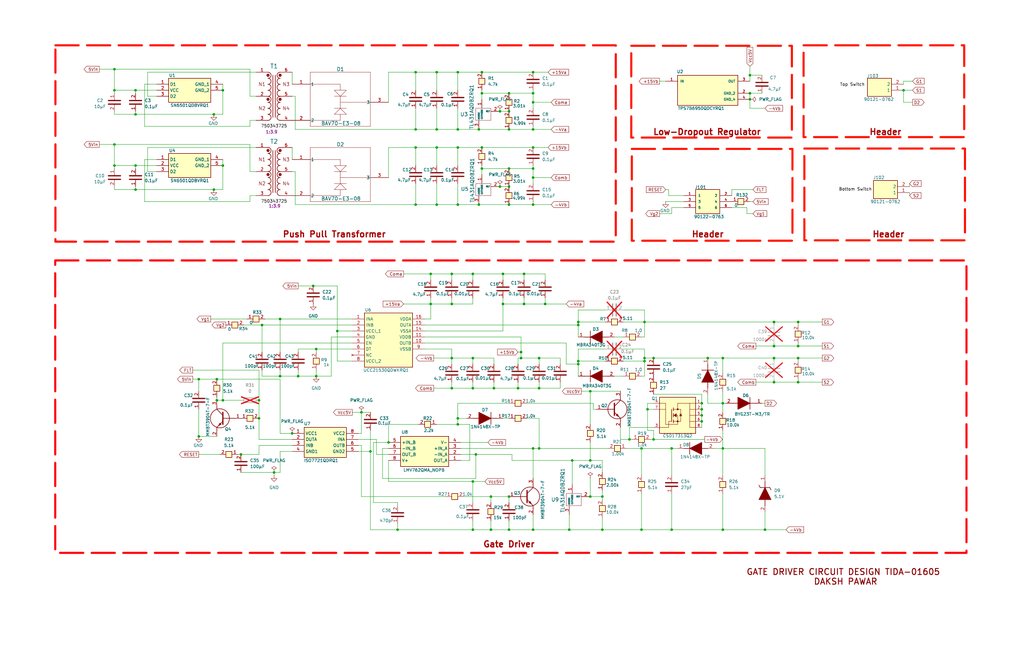
<source format=kicad_sch>
(kicad_sch (version 20231120) (generator "eeschema") (generator_version "8.0")
  (paper "B")
  (title_block (title "Gate Driver Circuit Design TIDA-01605") (date "2024-05-27"))
  (junction (at 270.51 223.52))
  (junction (at 201.93 86.36))
  (junction (at 175.26 86.36))
  (junction (at 224.79 54.61))
  (junction (at 224.79 223.52))
  (junction (at 224.79 62.23))
  (junction (at 214.63 71.12))
  (junction (at 201.93 54.61))
  (junction (at 152.4 173.99))
  (junction (at 214.63 54.61))
  (junction (at 193.04 179.07))
  (junction (at 224.79 74.93))
  (junction (at 214.63 86.36))
  (junction (at 326.39 161.29))
  (junction (at 203.2 71.12))
  (junction (at 220.98 128.27))
  (junction (at 184.15 86.36))
  (junction (at 224.79 86.36))
  (junction (at 199.39 115.57))
  (junction (at 224.79 71.12))
  (junction (at 199.39 203.2))
  (junction (at 57.15 38.1))
  (junction (at 298.45 151.13))
  (junction (at 283.21 189.23))
  (junction (at 273.05 172.72))
  (junction (at 295.91 175.26))
  (junction (at 304.8 170.18))
  (junction (at 133.35 147.32))
  (junction (at 48.26 29.21))
  (junction (at 243.84 152.4))
  (junction (at 184.15 62.23))
  (junction (at 214.63 223.52))
  (junction (at 336.55 146.05))
  (junction (at 90.17 80.01))
  (junction (at 48.26 38.1))
  (junction (at 133.35 158.75))
  (junction (at 224.79 30.48))
  (junction (at 218.44 163.83))
  (junction (at 163.83 186.69))
  (junction (at 203.2 39.37))
  (junction (at 184.15 30.48))
  (junction (at 336.55 151.13))
  (junction (at 265.43 185.42))
  (junction (at 193.04 176.53))
  (junction (at 224.79 39.37))
  (junction (at 57.15 80.01))
  (junction (at 271.78 152.4))
  (junction (at 304.8 223.52))
  (junction (at 57.15 48.26))
  (junction (at 48.26 69.85))
  (junction (at 199.39 151.13))
  (junction (at 316.23 39.37))
  (junction (at 214.63 209.55))
  (junction (at 229.87 128.27))
  (junction (at 243.84 137.16))
  (junction (at 214.63 78.74))
  (junction (at 83.82 184.15))
  (junction (at 326.39 151.13))
  (junction (at 248.92 165.1))
  (junction (at 132.08 120.65))
  (junction (at 271.78 135.89))
  (junction (at 175.26 30.48))
  (junction (at 219.71 151.13))
  (junction (at 254 209.55))
  (junction (at 101.6 191.77))
  (junction (at 295.91 170.18))
  (junction (at 240.03 223.52))
  (junction (at 156.21 190.5))
  (junction (at 93.98 69.85))
  (junction (at 275.59 151.13))
  (junction (at 326.39 146.05))
  (junction (at 167.64 223.52))
  (junction (at 336.55 161.29))
  (junction (at 214.63 46.99))
  (junction (at 109.22 168.91))
  (junction (at 190.5 128.27))
  (junction (at 227.33 189.23))
  (junction (at 220.98 115.57))
  (junction (at 326.39 135.89))
  (junction (at 193.04 54.61))
  (junction (at 295.91 177.8))
  (junction (at 91.44 160.02))
  (junction (at 295.91 172.72))
  (junction (at 248.92 209.55))
  (junction (at 181.61 115.57))
  (junction (at 219.71 148.59))
  (junction (at 304.8 189.23))
  (junction (at 193.04 62.23))
  (junction (at 212.09 115.57))
  (junction (at 227.33 151.13))
  (junction (at 190.5 151.13))
  (junction (at 208.28 163.83))
  (junction (at 271.78 151.13))
  (junction (at 254 223.52))
  (junction (at 381 38.1))
  (junction (at 190.5 115.57))
  (junction (at 142.24 139.7))
  (junction (at 227.33 163.83))
  (junction (at 184.15 54.61))
  (junction (at 91.44 168.91))
  (junction (at 224.79 43.18))
  (junction (at 322.58 223.52))
  (junction (at 123.19 182.88))
  (junction (at 118.11 158.75))
  (junction (at 203.2 30.48))
  (junction (at 199.39 163.83))
  (junction (at 175.26 62.23))
  (junction (at 243.84 153.67))
  (junction (at 203.2 62.23))
  (junction (at 190.5 163.83))
  (junction (at 83.82 160.02))
  (junction (at 210.82 46.99))
  (junction (at 93.98 168.91))
  (junction (at 199.39 223.52))
  (junction (at 316.23 41.91))
  (junction (at 207.01 209.55))
  (junction (at 248.92 194.31))
  (junction (at 304.8 151.13))
  (junction (at 316.23 31.75))
  (junction (at 193.04 30.48))
  (junction (at 115.57 199.39))
  (junction (at 212.09 128.27))
  (junction (at 214.63 39.37))
  (junction (at 109.22 176.53))
  (junction (at 241.3 194.31))
  (junction (at 181.61 128.27))
  (junction (at 110.49 137.16))
  (junction (at 207.01 223.52))
  (junction (at 125.73 158.75))
  (junction (at 175.26 54.61))
  (junction (at 200.66 191.77))
  (junction (at 48.26 60.96))
  (junction (at 57.15 69.85))
  (junction (at 210.82 78.74))
  (junction (at 118.11 134.62))
  (junction (at 90.17 48.26))
  (junction (at 93.98 38.1))
  (junction (at 243.84 135.89))
  (junction (at 275.59 185.42))
  (junction (at 224.79 189.23))
  (junction (at 270.51 189.23))
  (junction (at 336.55 135.89))
  (junction (at 283.21 223.52))
  (junction (at 193.04 86.36))
  (wire (pts (xy 66.04 40.64) (xy 62.23 40.64)))
  (wire (pts (xy 275.59 185.42) (xy 297.18 185.42)))
  (wire (pts (xy 133.35 158.75) (xy 139.7 158.75)))
  (wire (pts (xy 215.9 194.31) (xy 241.3 194.31)))
  (wire (pts (xy 91.44 184.15) (xy 83.82 184.15)))
  (wire (pts (xy 184.15 62.23) (xy 193.04 62.23)))
  (wire (pts (xy 218.44 163.83) (xy 227.33 163.83)))
  (wire (pts (xy 151.13 182.88) (xy 152.4 182.88)))
  (wire (pts (xy 248.92 165.1) (xy 261.62 165.1)))
  (wire (pts (xy 181.61 115.57) (xy 181.61 118.11)))
  (wire (pts (xy 199.39 203.2) (xy 199.39 212.09)))
  (wire (pts (xy 298.45 170.18) (xy 298.45 166.37)))
  (wire (pts (xy 326.39 151.13) (xy 326.39 152.4)))
  (wire (pts (xy 262.89 135.89) (xy 271.78 135.89)))
  (wire (pts (xy 203.2 71.12) (xy 203.2 73.66)))
  (wire (pts (xy 326.39 146.05) (xy 336.55 146.05)))
  (wire (pts (xy 273.05 170.18) (xy 273.05 172.72)))
  (wire (pts (xy 193.04 45.72) (xy 193.04 54.61)))
  (wire (pts (xy 190.5 151.13) (xy 190.5 153.67)))
  (wire (pts (xy 156.21 223.52) (xy 156.21 190.5)))
  (wire (pts (xy 308.61 80.01) (xy 308.61 82.55)))
  (wire (pts (xy 283.21 223.52) (xy 304.8 223.52)))
  (wire (pts (xy 57.15 69.85) (xy 57.15 71.12)))
  (wire (pts (xy 229.87 125.73) (xy 229.87 128.27)))
  (wire (pts (xy 255.27 130.81) (xy 243.84 130.81)))
  (wire (pts (xy 193.04 179.07) (xy 198.12 179.07)))
  (wire (pts (xy 184.15 62.23) (xy 184.15 69.85)))
  (wire (pts (xy 275.59 180.34) (xy 265.43 180.34)))
  (wire (pts (xy 283.21 208.28) (xy 283.21 223.52)))
  (wire (pts (xy 295.91 170.18) (xy 295.91 166.37)))
  (wire (pts (xy 193.04 30.48) (xy 203.2 30.48)))
  (wire (pts (xy 255.27 147.32) (xy 243.84 147.32)))
  (wire (pts (xy 212.09 176.53) (xy 214.63 176.53)))
  (wire (pts (xy 142.24 152.4) (xy 142.24 139.7)))
  (wire (pts (xy 222.25 176.53) (xy 227.33 176.53)))
  (wire (pts (xy 250.19 172.72) (xy 251.46 172.72)))
  (wire (pts (xy 227.33 163.83) (xy 227.33 161.29)))
  (wire (pts (xy 190.5 115.57) (xy 190.5 118.11)))
  (wire (pts (xy 214.63 219.71) (xy 214.63 223.52)))
  (wire (pts (xy 199.39 115.57) (xy 199.39 118.11)))
  (wire (pts (xy 163.83 203.2) (xy 199.39 203.2)))
  (wire (pts (xy 57.15 69.85) (xy 48.26 69.85)))
  (wire (pts (xy 57.15 38.1) (xy 48.26 38.1)))
  (wire (pts (xy 383.54 81.28) (xy 383.54 82.55)))
  (wire (pts (xy 336.55 161.29) (xy 346.71 161.29)))
  (wire (pts (xy 199.39 153.67) (xy 199.39 151.13)))
  (wire (pts (xy 270.51 142.24) (xy 271.78 142.24)))
  (wire (pts (xy 167.64 212.09) (xy 167.64 213.36)))
  (wire (pts (xy 248.92 179.07) (xy 248.92 165.1)))
  (wire (pts (xy 322.58 189.23) (xy 322.58 200.66)))
  (wire (pts (xy 318.77 161.29) (xy 326.39 161.29)))
  (wire (pts (xy 316.23 39.37) (xy 321.31 39.37)))
  (wire (pts (xy 184.15 30.48) (xy 193.04 30.48)))
  (wire (pts (xy 48.26 46.99) (xy 48.26 48.26)))
  (wire (pts (xy 280.67 80.01) (xy 281.94 80.01)))
  (wire (pts (xy 190.5 128.27) (xy 199.39 128.27)))
  (wire (pts (xy 236.22 163.83) (xy 236.22 161.29)))
  (wire (pts (xy 208.28 163.83) (xy 218.44 163.83)))
  (wire (pts (xy 193.04 170.18) (xy 214.63 170.18)))
  (wire (pts (xy 125.73 147.32) (xy 125.73 148.59)))
  (wire (pts (xy 207.01 219.71) (xy 207.01 223.52)))
  (wire (pts (xy 181.61 125.73) (xy 181.61 128.27)))
  (wire (pts (xy 298.45 170.18) (xy 304.8 170.18)))
  (wire (pts (xy 203.2 62.23) (xy 224.79 62.23)))
  (wire (pts (xy 271.78 135.89) (xy 271.78 130.81)))
  (wire (pts (xy 203.2 30.48) (xy 224.79 30.48)))
  (wire (pts (xy 83.82 160.02) (xy 91.44 160.02)))
  (wire (pts (xy 304.8 181.61) (xy 304.8 189.23)))
  (wire (pts (xy 381 43.18) (xy 381 38.1)))
  (wire (pts (xy 182.88 151.13) (xy 190.5 151.13)))
  (wire (pts (xy 163.83 62.23) (xy 175.26 62.23)))
  (wire (pts (xy 105.41 60.96) (xy 105.41 72.39)))
  (wire (pts (xy 118.11 190.5) (xy 118.11 199.39)))
  (wire (pts (xy 152.4 187.96) (xy 151.13 187.96)))
  (wire (pts (xy 266.7 185.42) (xy 265.43 185.42)))
  (wire (pts (xy 240.03 217.17) (xy 240.03 223.52)))
  (wire (pts (xy 193.04 176.53) (xy 196.85 176.53)))
  (wire (pts (xy 190.5 125.73) (xy 190.5 128.27)))
  (wire (pts (xy 142.24 139.7) (xy 148.59 139.7)))
  (wire (pts (xy 203.2 71.12) (xy 214.63 71.12)))
  (wire (pts (xy 271.78 152.4) (xy 271.78 158.75)))
  (wire (pts (xy 220.98 125.73) (xy 220.98 128.27)))
  (wire (pts (xy 212.09 128.27) (xy 212.09 139.7)))
  (wire (pts (xy 281.94 82.55) (xy 288.29 82.55)))
  (wire (pts (xy 243.84 135.89) (xy 255.27 135.89)))
  (wire (pts (xy 91.44 160.02) (xy 118.11 160.02)))
  (wire (pts (xy 384.81 38.1) (xy 381 38.1)))
  (wire (pts (xy 304.8 165.1) (xy 304.8 170.18)))
  (wire (pts (xy 254 194.31) (xy 254 199.39)))
  (wire (pts (xy 336.55 146.05) (xy 336.55 144.78)))
  (wire (pts (xy 194.31 191.77) (xy 200.66 191.77)))
  (wire (pts (xy 383.54 77.47) (xy 383.54 78.74)))
  (wire (pts (xy 275.59 151.13) (xy 298.45 151.13)))
  (wire (pts (xy 181.61 115.57) (xy 190.5 115.57)))
  (wire (pts (xy 198.12 194.31) (xy 194.31 194.31)))
  (wire (pts (xy 321.31 170.18) (xy 322.58 170.18)))
  (wire (pts (xy 271.78 147.32) (xy 262.89 147.32)))
  (wire (pts (xy 224.79 71.12) (xy 224.79 74.93)))
  (wire (pts (xy 203.2 39.37) (xy 214.63 39.37)))
  (wire (pts (xy 280.67 85.09) (xy 288.29 85.09)))
  (wire (pts (xy 163.83 189.23) (xy 161.29 189.23)))
  (wire (pts (xy 133.35 147.32) (xy 133.35 148.59)))
  (wire (pts (xy 66.04 69.85) (xy 57.15 69.85)))
  (wire (pts (xy 123.19 185.42) (xy 109.22 185.42)))
  (wire (pts (xy 184.15 54.61) (xy 193.04 54.61)))
  (wire (pts (xy 199.39 161.29) (xy 199.39 163.83)))
  (wire (pts (xy 304.8 170.18) (xy 304.8 173.99)))
  (wire (pts (xy 194.31 189.23) (xy 224.79 189.23)))
  (wire (pts (xy 270.51 208.28) (xy 270.51 223.52)))
  (wire (pts (xy 224.79 69.85) (xy 224.79 71.12)))
  (wire (pts (xy 105.41 72.39) (xy 107.95 72.39)))
  (wire (pts (xy 118.11 199.39) (xy 115.57 199.39)))
  (wire (pts (xy 265.43 180.34) (xy 265.43 185.42)))
  (wire (pts (xy 275.59 170.18) (xy 273.05 170.18)))
  (wire (pts (xy 273.05 172.72) (xy 273.05 181.61)))
  (wire (pts (xy 316.23 41.91) (xy 316.23 39.37)))
  (wire (pts (xy 156.21 181.61) (xy 156.21 190.5)))
  (wire (pts (xy 179.07 142.24) (xy 219.71 142.24)))
  (wire (pts (xy 224.79 39.37) (xy 224.79 43.18)))
  (wire (pts (xy 124.46 40.64) (xy 124.46 54.61)))
  (wire (pts (xy 295.91 180.34) (xy 295.91 177.8)))
  (wire (pts (xy 123.19 40.64) (xy 124.46 40.64)))
  (wire (pts (xy 156.21 190.5) (xy 151.13 190.5)))
  (wire (pts (xy 181.61 134.62) (xy 179.07 134.62)))
  (wire (pts (xy 93.98 38.1) (xy 93.98 48.26)))
  (wire (pts (xy 243.84 137.16) (xy 243.84 142.24)))
  (wire (pts (xy 161.29 201.93) (xy 200.66 201.93)))
  (wire (pts (xy 304.8 208.28) (xy 304.8 223.52)))
  (wire (pts (xy 224.79 223.52) (xy 240.03 223.52)))
  (wire (pts (xy 271.78 151.13) (xy 271.78 147.32)))
  (wire (pts (xy 212.09 128.27) (xy 220.98 128.27)))
  (wire (pts (xy 175.26 30.48) (xy 184.15 30.48)))
  (wire (pts (xy 175.26 62.23) (xy 184.15 62.23)))
  (wire (pts (xy 203.2 38.1) (xy 203.2 39.37)))
  (wire (pts (xy 57.15 46.99) (xy 57.15 48.26)))
  (wire (pts (xy 175.26 54.61) (xy 184.15 54.61)))
  (wire (pts (xy 275.59 181.61) (xy 275.59 185.42)))
  (wire (pts (xy 48.26 60.96) (xy 105.41 60.96)))
  (wire (pts (xy 224.79 38.1) (xy 224.79 39.37)))
  (wire (pts (xy 316.23 41.91) (xy 316.23 45.72)))
  (wire (pts (xy 167.64 220.98) (xy 167.64 223.52)))
  (wire (pts (xy 270.51 189.23) (xy 283.21 189.23)))
  (wire (pts (xy 207.01 209.55) (xy 207.01 212.09)))
  (wire (pts (xy 222.25 170.18) (xy 250.19 170.18)))
  (wire (pts (xy 243.84 152.4) (xy 255.27 152.4)))
  (wire (pts (xy 193.04 86.36) (xy 201.93 86.36)))
  (wire (pts (xy 224.79 86.36) (xy 232.41 86.36)))
  (wire (pts (xy 125.73 120.65) (xy 132.08 120.65)))
  (wire (pts (xy 109.22 187.96) (xy 123.19 187.96)))
  (wire (pts (xy 316.23 85.09) (xy 317.5 85.09)))
  (wire (pts (xy 304.8 151.13) (xy 326.39 151.13)))
  (wire (pts (xy 281.94 80.01) (xy 281.94 82.55)))
  (wire (pts (xy 157.48 212.09) (xy 167.64 212.09)))
  (wire (pts (xy 381 43.18) (xy 384.81 43.18)))
  (wire (pts (xy 199.39 203.2) (xy 204.47 203.2)))
  (wire (pts (xy 220.98 115.57) (xy 229.87 115.57)))
  (wire (pts (xy 123.19 62.23) (xy 123.19 67.31)))
  (wire (pts (xy 227.33 151.13) (xy 236.22 151.13)))
  (wire (pts (xy 214.63 223.52) (xy 224.79 223.52)))
  (wire (pts (xy 243.84 152.4) (xy 243.84 153.67)))
  (wire (pts (xy 326.39 161.29) (xy 336.55 161.29)))
  (wire (pts (xy 224.79 62.23) (xy 231.14 62.23)))
  (wire (pts (xy 248.92 209.55) (xy 254 209.55)))
  (wire (pts (xy 214.63 54.61) (xy 224.79 54.61)))
  (wire (pts (xy 288.29 87.63) (xy 283.21 87.63)))
  (wire (pts (xy 148.59 142.24) (xy 139.7 142.24)))
  (wire (pts (xy 208.28 163.83) (xy 208.28 161.29)))
  (wire (pts (xy 139.7 142.24) (xy 139.7 158.75)))
  (wire (pts (xy 214.63 209.55) (xy 214.63 212.09)))
  (wire (pts (xy 224.79 189.23) (xy 224.79 201.93)))
  (wire (pts (xy 241.3 194.31) (xy 241.3 204.47)))
  (wire (pts (xy 118.11 158.75) (xy 125.73 158.75)))
  (wire (pts (xy 179.07 144.78) (xy 238.76 144.78)))
  (wire (pts (xy 318.77 146.05) (xy 326.39 146.05)))
  (wire (pts (xy 60.96 35.56) (xy 60.96 53.34)))
  (wire (pts (xy 93.98 69.85) (xy 93.98 67.31)))
  (wire (pts (xy 83.82 172.72) (xy 83.82 184.15)))
  (wire (pts (xy 66.04 38.1) (xy 57.15 38.1)))
  (wire (pts (xy 212.09 115.57) (xy 220.98 115.57)))
  (wire (pts (xy 271.78 135.89) (xy 326.39 135.89)))
  (wire (pts (xy 66.04 35.56) (xy 60.96 35.56)))
  (wire (pts (xy 199.39 151.13) (xy 208.28 151.13)))
  (wire (pts (xy 193.04 170.18) (xy 193.04 176.53)))
  (wire (pts (xy 110.49 156.21) (xy 110.49 158.75)))
  (wire (pts (xy 214.63 71.12) (xy 224.79 71.12)))
  (wire (pts (xy 207.01 223.52) (xy 214.63 223.52)))
  (wire (pts (xy 227.33 176.53) (xy 227.33 189.23)))
  (wire (pts (xy 48.26 69.85) (xy 48.26 71.12)))
  (wire (pts (xy 262.89 152.4) (xy 271.78 152.4)))
  (wire (pts (xy 193.04 62.23) (xy 193.04 69.85)))
  (wire (pts (xy 170.18 128.27) (xy 181.61 128.27)))
  (wire (pts (xy 218.44 163.83) (xy 218.44 161.29)))
  (wire (pts (xy 110.49 137.16) (xy 110.49 148.59)))
  (wire (pts (xy 308.61 80.01) (xy 317.5 80.01)))
  (wire (pts (xy 220.98 128.27) (xy 229.87 128.27)))
  (wire (pts (xy 179.07 137.16) (xy 243.84 137.16)))
  (wire (pts (xy 227.33 189.23) (xy 256.54 189.23)))
  (wire (pts (xy 118.11 156.21) (xy 118.11 158.75)))
  (wire (pts (xy 304.8 200.66) (xy 304.8 189.23)))
  (wire (pts (xy 195.58 209.55) (xy 207.01 209.55)))
  (wire (pts (xy 91.44 168.91) (xy 91.44 167.64)))
  (wire (pts (xy 109.22 168.91) (xy 109.22 176.53)))
  (wire (pts (xy 62.23 40.64) (xy 62.23 30.48)))
  (wire (pts (xy 254 218.44) (xy 254 223.52)))
  (wire (pts (xy 199.39 163.83) (xy 208.28 163.83)))
  (wire (pts (xy 175.26 62.23) (xy 175.26 69.85)))
  (wire (pts (xy 167.64 223.52) (xy 199.39 223.52)))
  (wire (pts (xy 336.55 135.89) (xy 346.71 135.89)))
  (wire (pts (xy 199.39 115.57) (xy 212.09 115.57)))
  (wire (pts (xy 190.5 163.83) (xy 190.5 161.29)))
  (wire (pts (xy 125.73 156.21) (xy 125.73 158.75)))
  (wire (pts (xy 163.83 43.18) (xy 163.83 30.48)))
  (wire (pts (xy 105.41 82.55) (xy 107.95 82.55)))
  (wire (pts (xy 194.31 186.69) (xy 205.74 186.69)))
  (wire (pts (xy 181.61 134.62) (xy 181.61 128.27)))
  (wire (pts (xy 270.51 158.75) (xy 271.78 158.75)))
  (wire (pts (xy 212.09 115.57) (xy 212.09 118.11)))
  (wire (pts (xy 218.44 148.59) (xy 219.71 148.59)))
  (wire (pts (xy 224.79 30.48) (xy 231.14 30.48)))
  (wire (pts (xy 102.87 137.16) (xy 110.49 137.16)))
  (wire (pts (xy 238.76 144.78) (xy 238.76 153.67)))
  (wire (pts (xy 210.82 78.74) (xy 214.63 78.74)))
  (wire (pts (xy 240.03 223.52) (xy 254 223.52)))
  (wire (pts (xy 125.73 147.32) (xy 133.35 147.32)))
  (wire (pts (xy 273.05 172.72) (xy 275.59 172.72)))
  (wire (pts (xy 111.76 134.62) (xy 118.11 134.62)))
  (wire (pts (xy 123.19 72.39) (xy 124.46 72.39)))
  (wire (pts (xy 199.39 219.71) (xy 199.39 223.52)))
  (wire (pts (xy 93.98 38.1) (xy 93.98 35.56)))
  (wire (pts (xy 125.73 158.75) (xy 133.35 158.75)))
  (wire (pts (xy 300.99 189.23) (xy 304.8 189.23)))
  (wire (pts (xy 57.15 48.26) (xy 90.17 48.26)))
  (wire (pts (xy 179.07 147.32) (xy 190.5 147.32)))
  (wire (pts (xy 105.41 29.21) (xy 105.41 40.64)))
  (wire (pts (xy 210.82 46.99) (xy 214.63 46.99)))
  (wire (pts (xy 175.26 77.47) (xy 175.26 86.36)))
  (wire (pts (xy 90.17 80.01) (xy 93.98 80.01)))
  (wire (pts (xy 381 34.29) (xy 381 35.56)))
  (wire (pts (xy 133.35 147.32) (xy 148.59 147.32)))
  (wire (pts (xy 227.33 151.13) (xy 227.33 153.67)))
  (wire (pts (xy 105.41 40.64) (xy 107.95 40.64)))
  (wire (pts (xy 199.39 125.73) (xy 199.39 128.27)))
  (wire (pts (xy 203.2 69.85) (xy 203.2 71.12)))
  (wire (pts (xy 101.6 199.39) (xy 115.57 199.39)))
  (wire (pts (xy 190.5 151.13) (xy 199.39 151.13)))
  (wire (pts (xy 123.19 190.5) (xy 118.11 190.5)))
  (wire (pts (xy 93.98 168.91) (xy 101.6 168.91)))
  (wire (pts (xy 175.26 45.72) (xy 175.26 54.61)))
  (wire (pts (xy 48.26 48.26) (xy 57.15 48.26)))
  (wire (pts (xy 224.79 53.34) (xy 224.79 54.61)))
  (wire (pts (xy 170.18 115.57) (xy 181.61 115.57)))
  (wire (pts (xy 236.22 153.67) (xy 236.22 151.13)))
  (wire (pts (xy 109.22 176.53) (xy 109.22 185.42)))
  (wire (pts (xy 182.88 163.83) (xy 190.5 163.83)))
  (wire (pts (xy 261.62 180.34) (xy 261.62 185.42)))
  (wire (pts (xy 57.15 80.01) (xy 90.17 80.01)))
  (wire (pts (xy 118.11 134.62) (xy 148.59 134.62)))
  (wire (pts (xy 193.04 54.61) (xy 201.93 54.61)))
  (wire (pts (xy 81.28 160.02) (xy 83.82 160.02)))
  (wire (pts (xy 254 223.52) (xy 270.51 223.52)))
  (wire (pts (xy 250.19 170.18) (xy 250.19 172.72)))
  (wire (pts (xy 83.82 160.02) (xy 83.82 165.1)))
  (wire (pts (xy 304.8 189.23) (xy 322.58 189.23)))
  (wire (pts (xy 48.26 29.21) (xy 48.26 38.1)))
  (wire (pts (xy 224.79 43.18) (xy 224.79 45.72)))
  (wire (pts (xy 254 207.01) (xy 254 209.55)))
  (wire (pts (xy 218.44 153.67) (xy 218.44 151.13)))
  (wire (pts (xy 326.39 135.89) (xy 336.55 135.89)))
  (wire (pts (xy 91.44 168.91) (xy 93.98 168.91)))
  (wire (pts (xy 193.04 62.23) (xy 203.2 62.23)))
  (wire (pts (xy 193.04 176.53) (xy 193.04 179.07)))
  (wire (pts (xy 271.78 152.4) (xy 271.78 151.13)))
  (wire (pts (xy 326.39 135.89) (xy 326.39 137.16)))
  (wire (pts (xy 62.23 30.48) (xy 107.95 30.48)))
  (wire (pts (xy 62.23 62.23) (xy 107.95 62.23)))
  (wire (pts (xy 224.79 74.93) (xy 224.79 77.47)))
  (wire (pts (xy 264.16 189.23) (xy 270.51 189.23)))
  (wire (pts (xy 220.98 115.57) (xy 220.98 118.11)))
  (wire (pts (xy 278.13 90.17) (xy 283.21 90.17)))
  (wire (pts (xy 308.61 87.63) (xy 314.96 87.63)))
  (wire (pts (xy 208.28 153.67) (xy 208.28 151.13)))
  (wire (pts (xy 105.41 50.8) (xy 107.95 50.8)))
  (wire (pts (xy 283.21 87.63) (xy 283.21 90.17)))
  (wire (pts (xy 278.13 34.29) (xy 280.67 34.29)))
  (wire (pts (xy 229.87 115.57) (xy 229.87 118.11)))
  (wire (pts (xy 184.15 86.36) (xy 193.04 86.36)))
  (wire (pts (xy 118.11 182.88) (xy 123.19 182.88)))
  (wire (pts (xy 200.66 191.77) (xy 200.66 201.93)))
  (wire (pts (xy 57.15 38.1) (xy 57.15 39.37)))
  (wire (pts (xy 163.83 194.31) (xy 163.83 203.2)))
  (wire (pts (xy 224.79 43.18) (xy 232.41 43.18)))
  (wire (pts (xy 261.62 185.42) (xy 265.43 185.42)))
  (wire (pts (xy 60.96 67.31) (xy 60.96 85.09)))
  (wire (pts (xy 193.04 77.47) (xy 193.04 86.36)))
  (wire (pts (xy 295.91 166.37) (xy 275.59 166.37)))
  (wire (pts (xy 158.75 185.42) (xy 151.13 185.42)))
  (wire (pts (xy 163.83 30.48) (xy 175.26 30.48)))
  (wire (pts (xy 152.4 182.88) (xy 152.4 173.99)))
  (wire (pts (xy 254 209.55) (xy 254 210.82)))
  (wire (pts (xy 190.5 163.83) (xy 199.39 163.83)))
  (wire (pts (xy 93.98 144.78) (xy 148.59 144.78)))
  (wire (pts (xy 161.29 189.23) (xy 161.29 201.93)))
  (wire (pts (xy 201.93 54.61) (xy 214.63 54.61)))
  (wire (pts (xy 105.41 85.09) (xy 105.41 82.55)))
  (wire (pts (xy 109.22 191.77) (xy 109.22 187.96)))
  (wire (pts (xy 207.01 209.55) (xy 214.63 209.55)))
  (wire (pts (xy 283.21 189.23) (xy 283.21 200.66)))
  (wire (pts (xy 60.96 85.09) (xy 105.41 85.09)))
  (wire (pts (xy 157.48 186.69) (xy 157.48 212.09)))
  (wire (pts (xy 259.08 142.24) (xy 262.89 142.24)))
  (wire (pts (xy 83.82 191.77) (xy 92.71 191.77)))
  (wire (pts (xy 109.22 168.91) (xy 109.22 156.21)))
  (wire (pts (xy 163.83 74.93) (xy 163.83 62.23)))
  (wire (pts (xy 193.04 30.48) (xy 193.04 38.1)))
  (wire (pts (xy 203.2 39.37) (xy 203.2 41.91)))
  (wire (pts (xy 184.15 77.47) (xy 184.15 86.36)))
  (wire (pts (xy 152.4 209.55) (xy 187.96 209.55)))
  (wire (pts (xy 48.26 60.96) (xy 48.26 69.85)))
  (wire (pts (xy 243.84 153.67) (xy 243.84 158.75)))
  (wire (pts (xy 259.08 158.75) (xy 262.89 158.75)))
  (wire (pts (xy 316.23 31.75) (xy 321.31 31.75)))
  (wire (pts (xy 384.81 34.29) (xy 381 34.29)))
  (wire (pts (xy 200.66 191.77) (xy 215.9 191.77)))
  (wire (pts (xy 245.11 165.1) (xy 248.92 165.1)))
  (wire (pts (xy 224.79 74.93) (xy 232.41 74.93)))
  (wire (pts (xy 66.04 67.31) (xy 60.96 67.31)))
  (wire (pts (xy 201.93 86.36) (xy 214.63 86.36)))
  (wire (pts (xy 48.26 78.74) (xy 48.26 80.01)))
  (wire (pts (xy 48.26 38.1) (xy 48.26 39.37)))
  (wire (pts (xy 336.55 161.29) (xy 336.55 160.02)))
  (wire (pts (xy 304.8 223.52) (xy 322.58 223.52)))
  (wire (pts (xy 81.28 156.21) (xy 109.22 156.21)))
  (wire (pts (xy 110.49 158.75) (xy 118.11 158.75)))
  (wire (pts (xy 212.09 125.73) (xy 212.09 128.27)))
  (wire (pts (xy 88.9 134.62) (xy 104.14 134.62)))
  (wire (pts (xy 314.96 90.17) (xy 317.5 90.17)))
  (wire (pts (xy 48.26 29.21) (xy 105.41 29.21)))
  (wire (pts (xy 152.4 187.96) (xy 152.4 209.55)))
  (wire (pts (xy 336.55 152.4) (xy 336.55 151.13)))
  (wire (pts (xy 271.78 130.81) (xy 262.89 130.81)))
  (wire (pts (xy 90.17 48.26) (xy 93.98 48.26)))
  (wire (pts (xy 110.49 137.16) (xy 148.59 137.16)))
  (wire (pts (xy 243.84 147.32) (xy 243.84 152.4)))
  (wire (pts (xy 224.79 85.09) (xy 224.79 86.36)))
  (wire (pts (xy 238.76 153.67) (xy 243.84 153.67)))
  (wire (pts (xy 62.23 72.39) (xy 62.23 62.23)))
  (wire (pts (xy 48.26 80.01) (xy 57.15 80.01)))
  (wire (pts (xy 295.91 177.8) (xy 295.91 175.26)))
  (wire (pts (xy 316.23 34.29) (xy 316.23 31.75)))
  (wire (pts (xy 181.61 128.27) (xy 190.5 128.27)))
  (wire (pts (xy 124.46 86.36) (xy 175.26 86.36)))
  (wire (pts (xy 326.39 151.13) (xy 336.55 151.13)))
  (wire (pts (xy 212.09 139.7) (xy 179.07 139.7)))
  (wire (pts (xy 224.79 54.61) (xy 232.41 54.61)))
  (wire (pts (xy 304.8 170.18) (xy 306.07 170.18)))
  (wire (pts (xy 229.87 128.27) (xy 238.76 128.27)))
  (wire (pts (xy 158.75 191.77) (xy 163.83 191.77)))
  (wire (pts (xy 248.92 201.93) (xy 248.92 209.55)))
  (wire (pts (xy 273.05 181.61) (xy 275.59 181.61)))
  (wire (pts (xy 123.19 30.48) (xy 123.19 35.56)))
  (wire (pts (xy 142.24 139.7) (xy 142.24 120.65)))
  (wire (pts (xy 270.51 223.52) (xy 283.21 223.52)))
  (wire (pts (xy 295.91 175.26) (xy 295.91 172.72)))
  (wire (pts (xy 175.26 86.36) (xy 184.15 86.36)))
  (wire (pts (xy 152.4 173.99) (xy 156.21 173.99)))
  (wire (pts (xy 336.55 151.13) (xy 346.71 151.13)))
  (wire (pts (xy 326.39 144.78) (xy 326.39 146.05)))
  (wire (pts (xy 198.12 179.07) (xy 198.12 194.31)))
  (wire (pts (xy 184.15 30.48) (xy 184.15 38.1)))
  (wire (pts (xy 214.63 39.37) (xy 224.79 39.37)))
  (wire (pts (xy 218.44 151.13) (xy 219.71 151.13)))
  (wire (pts (xy 322.58 215.9) (xy 322.58 223.52)))
  (wire (pts (xy 243.84 135.89) (xy 243.84 137.16)))
  (wire (pts (xy 219.71 151.13) (xy 227.33 151.13)))
  (wire (pts (xy 57.15 78.74) (xy 57.15 80.01)))
  (wire (pts (xy 326.39 160.02) (xy 326.39 161.29)))
  (wire (pts (xy 214.63 86.36) (xy 224.79 86.36)))
  (wire (pts (xy 118.11 182.88) (xy 118.11 160.02)))
  (wire (pts (xy 241.3 194.31) (xy 248.92 194.31)))
  (wire (pts (xy 271.78 135.89) (xy 271.78 142.24)))
  (wire (pts (xy 184.15 45.72) (xy 184.15 54.61)))
  (wire (pts (xy 274.32 185.42) (xy 275.59 185.42)))
  (wire (pts (xy 190.5 115.57) (xy 199.39 115.57)))
  (wire (pts (xy 316.23 27.94) (xy 316.23 31.75)))
  (wire (pts (xy 118.11 134.62) (xy 118.11 148.59)))
  (wire (pts (xy 295.91 172.72) (xy 295.91 170.18)))
  (wire (pts (xy 227.33 163.83) (xy 236.22 163.83)))
  (wire (pts (xy 176.53 179.07) (xy 163.83 179.07)))
  (wire (pts (xy 93.98 69.85) (xy 93.98 80.01)))
  (wire (pts (xy 219.71 142.24) (xy 219.71 148.59)))
  (wire (pts (xy 124.46 54.61) (xy 175.26 54.61)))
  (wire (pts (xy 101.6 191.77) (xy 109.22 191.77)))
  (wire (pts (xy 115.57 200.66) (xy 115.57 199.39)))
  (wire (pts (xy 298.45 151.13) (xy 304.8 151.13)))
  (wire (pts (xy 322.58 223.52) (xy 331.47 223.52)))
  (wire (pts (xy 184.15 179.07) (xy 193.04 179.07)))
  (wire (pts (xy 175.26 30.48) (xy 175.26 38.1)))
  (wire (pts (xy 316.23 45.72) (xy 322.58 45.72)))
  (wire (pts (xy 285.75 189.23) (xy 283.21 189.23)))
  (wire (pts (xy 219.71 148.59) (xy 219.71 151.13)))
  (wire (pts (xy 132.08 120.65) (xy 142.24 120.65)))
  (wire (pts (xy 100.33 191.77) (xy 101.6 191.77)))
  (wire (pts (xy 156.21 223.52) (xy 167.64 223.52)))
  (wire (pts (xy 41.91 29.21) (xy 48.26 29.21)))
  (wire (pts (xy 158.75 185.42) (xy 158.75 191.77)))
  (wire (pts (xy 124.46 72.39) (xy 124.46 86.36)))
  (wire (pts (xy 224.79 189.23) (xy 227.33 189.23)))
  (wire (pts (xy 163.83 179.07) (xy 163.83 186.69)))
  (wire (pts (xy 248.92 194.31) (xy 248.92 186.69)))
  (wire (pts (xy 148.59 152.4) (xy 142.24 152.4)))
  (wire (pts (xy 60.96 53.34) (xy 105.41 53.34)))
  (wire (pts (xy 243.84 130.81) (xy 243.84 135.89)))
  (wire (pts (xy 148.59 173.99) (xy 152.4 173.99)))
  (wire (pts (xy 105.41 53.34) (xy 105.41 50.8)))
  (wire (pts (xy 304.8 151.13) (xy 304.8 157.48)))
  (wire (pts (xy 270.51 189.23) (xy 270.51 200.66)))
  (wire (pts (xy 190.5 147.32) (xy 190.5 151.13)))
  (wire (pts (xy 224.79 217.17) (xy 224.79 223.52)))
  (wire (pts (xy 66.04 72.39) (xy 62.23 72.39)))
  (wire (pts (xy 271.78 151.13) (xy 275.59 151.13)))
  (wire (pts (xy 93.98 144.78) (xy 93.98 168.91)))
  (wire (pts (xy 199.39 223.52) (xy 207.01 223.52)))
  (wire (pts (xy 133.35 156.21) (xy 133.35 158.75)))
  (wire (pts (xy 163.83 186.69) (xy 157.48 186.69)))
  (wire (pts (xy 248.92 194.31) (xy 254 194.31)))
  (wire (pts (xy 336.55 137.16) (xy 336.55 135.89)))
  (wire (pts (xy 336.55 146.05) (xy 346.71 146.05)))
  (wire (pts (xy 215.9 191.77) (xy 215.9 194.31)))
  (wire (pts (xy 41.91 60.96) (xy 48.26 60.96)))
  (wire (pts (xy 314.96 87.63) (xy 314.96 90.17)))
  (rectangle (start 266.192 19.315) (end 333.922 58.0575) (stroke (width 0.889) (type dash) (color 255 15 0 1)))
  (rectangle (start 338.856 19.116) (end 406.586 57.8585) (stroke (width 0.889) (type dash) (color 255 15 0 1)))
  (rectangle (start 266.426 62.841) (end 334.156 101.5835) (stroke (width 0.889) (type dash) (color 255 15 0 1)))
  (rectangle (start 339.178 62.68) (end 406.908 101.4225) (stroke (width 0.889) (type dash) (color 255 15 0 1)))
  (rectangle (start 23.367 19.12) (end 259.66 101.976) (stroke (width 0.889) (type dash) (color 255 8 2 1)))
  (rectangle (start 23.284 109.9025) (end 407.5425 233.3075) (stroke (width 0.889) (type dash) (color 255 0 6 1)))
  (text "GATE DRIVER CIRCUIT DESIGN TIDA-01605\n DAKSH PAWAR" (at 355.6 243.586 0) (effects (font (size 2.54 2.54) (thickness 0.381) (bold yes))))
  (text "750343725" (at 115.57 85.09 0) (effects (font (size 1.27 1.27))))
  (text "Bottom Switch\n" (at 360.68 80.01 0) (effects (font (size 1.27 1.27))))
  (text "Header" (at 374.65 99.06 0) (effects (font (size 2.54 2.54) (bold yes))))
  (text "750343725" (at 115.57 53.34 0) (effects (font (size 1.27 1.27))))
  (text "Gate Driver\n" (at 214.63 229.87 0) (effects (font (size 2.54 2.54) (bold yes))))
  (text "Top Switch\n\n" (at 359.41 36.83 0) (effects (font (size 1.27 1.27))))
  (text "Push Pull Transformer" (at 140.97 99.06 0) (effects (font (size 2.54 2.54) (bold yes))))
  (text "Header" (at 373.38 55.88 0) (effects (font (size 2.54 2.54) (bold yes))))
  (text "Header" (at 298.45 99.06 0) (effects (font (size 2.54 2.54) (bold yes))))
  (text " Low-Dropout Regulator" (at 297.18 55.88 0) (effects (font (size 2.54 2.54) (bold yes))))
  (global_label "-4Vb" (shape output) (at 182.88 151.13 180) (property "Intersheetrefs" "${INTERSHEET_REFS}" (effects (hide yes))))
  (global_label "RESET" (shape output) (at 83.82 191.77 180) (property "Intersheetrefs" "${INTERSHEET_REFS}" (effects (hide yes))))
  (global_label "FLT" (shape input) (at 317.5 80.01 0) (property "Intersheetrefs" "${INTERSHEET_REFS}" (effects (hide yes))))
  (global_label "-4Vb" (shape input) (at 322.58 45.72 0) (property "Intersheetrefs" "${INTERSHEET_REFS}" (effects (hide yes))))
  (global_label "D2" (shape output) (at 322.58 170.18 0) (property "Intersheetrefs" "${INTERSHEET_REFS}" (effects (hide yes))))
  (global_label "Coma" (shape output) (at 318.77 146.05 180) (property "Intersheetrefs" "${INTERSHEET_REFS}" (effects (hide yes))))
  (global_label "S1" (shape input) (at 384.81 38.1 0) (property "Intersheetrefs" "${INTERSHEET_REFS}" (effects (hide yes))))
  (global_label "RESET" (shape input) (at 280.67 80.01 180) (property "Intersheetrefs" "${INTERSHEET_REFS}" (effects (hide yes))))
  (global_label "-4Vb" (shape input) (at 232.41 86.36 0) (property "Intersheetrefs" "${INTERSHEET_REFS}" (effects (hide yes))))
  (global_label "5Vin" (shape output) (at 81.28 160.02 180) (property "Intersheetrefs" "${INTERSHEET_REFS}" (effects (hide yes))))
  (global_label "S2" (shape input) (at 383.54 82.55 0) (property "Intersheetrefs" "${INTERSHEET_REFS}" (effects (hide yes))))
  (global_label "5Vin" (shape output) (at 41.91 60.96 180) (property "Intersheetrefs" "${INTERSHEET_REFS}" (effects (hide yes))))
  (global_label "G1" (shape input) (at 384.81 34.29 0) (property "Intersheetrefs" "${INTERSHEET_REFS}" (effects (hide yes))))
  (global_label "Vg1" (shape output) (at 88.9 134.62 180) (property "Intersheetrefs" "${INTERSHEET_REFS}" (effects (hide yes))))
  (global_label "Coma" (shape output) (at 170.18 115.57 180) (property "Intersheetrefs" "${INTERSHEET_REFS}" (effects (hide yes))))
  (global_label "Vg1" (shape input) (at 317.5 90.17 0) (property "Intersheetrefs" "${INTERSHEET_REFS}" (effects (hide yes))))
  (global_label "Vg2" (shape output) (at 278.13 90.17 180) (property "Intersheetrefs" "${INTERSHEET_REFS}" (effects (hide yes))))
  (global_label "-4Va" (shape input) (at 232.41 54.61 0) (property "Intersheetrefs" "${INTERSHEET_REFS}" (effects (hide yes))))
  (global_label "-4Vb" (shape input) (at 205.74 186.69 0) (property "Intersheetrefs" "${INTERSHEET_REFS}" (effects (hide yes))))
  (global_label "Vcc5V" (shape input) (at 316.23 27.94 90) (property "Intersheetrefs" "${INTERSHEET_REFS}" (effects (hide yes))))
  (global_label "S1" (shape output) (at 346.71 146.05 0) (property "Intersheetrefs" "${INTERSHEET_REFS}" (effects (hide yes))))
  (global_label "G1" (shape output) (at 346.71 135.89 0) (property "Intersheetrefs" "${INTERSHEET_REFS}" (effects (hide yes))))
  (global_label "FLT" (shape output) (at 81.28 156.21 180) (property "Intersheetrefs" "${INTERSHEET_REFS}" (effects (hide yes))))
  (global_label "+15Va" (shape input) (at 231.14 30.48 0) (property "Intersheetrefs" "${INTERSHEET_REFS}" (effects (hide yes))))
  (global_label "Vcc5V" (shape input) (at 204.47 203.2 0) (property "Intersheetrefs" "${INTERSHEET_REFS}" (effects (hide yes))))
  (global_label "Vg2" (shape output) (at 95.25 137.16 180) (property "Intersheetrefs" "${INTERSHEET_REFS}" (effects (hide yes))))
  (global_label "5Vin" (shape input) (at 317.5 85.09 0) (property "Intersheetrefs" "${INTERSHEET_REFS}" (effects (hide yes))))
  (global_label "S2" (shape output) (at 346.71 161.29 0) (property "Intersheetrefs" "${INTERSHEET_REFS}" (effects (hide yes))))
  (global_label "+15Vb" (shape input) (at 218.44 148.59 180) (property "Intersheetrefs" "${INTERSHEET_REFS}" (effects (hide yes))))
  (global_label "5Vin" (shape output) (at 125.73 120.65 180) (property "Intersheetrefs" "${INTERSHEET_REFS}" (effects (hide yes))))
  (global_label "Vcc5V" (shape output) (at 148.59 173.99 180) (property "Intersheetrefs" "${INTERSHEET_REFS}" (effects (hide yes))))
  (global_label "-4Vb" (shape output) (at 297.18 185.42 0) (property "Intersheetrefs" "${INTERSHEET_REFS}" (effects (hide yes))))
  (global_label "Vcc5V" (shape output) (at 245.11 165.1 180) (property "Intersheetrefs" "${INTERSHEET_REFS}" (effects (hide yes))))
  (global_label "Coma" (shape input) (at 232.41 43.18 0) (property "Intersheetrefs" "${INTERSHEET_REFS}" (effects (hide yes))))
  (global_label "G2" (shape output) (at 346.71 151.13 0) (property "Intersheetrefs" "${INTERSHEET_REFS}" (effects (hide yes))))
  (global_label "+15Va" (shape input) (at 170.18 128.27 180) (property "Intersheetrefs" "${INTERSHEET_REFS}" (effects (hide yes))))
  (global_label "+15Vb" (shape input) (at 231.14 62.23 0) (property "Intersheetrefs" "${INTERSHEET_REFS}" (effects (hide yes))))
  (global_label "Comb" (shape output) (at 182.88 163.83 180) (property "Intersheetrefs" "${INTERSHEET_REFS}" (effects (hide yes))))
  (global_label "Comb" (shape output) (at 318.77 161.29 180) (property "Intersheetrefs" "${INTERSHEET_REFS}" (effects (hide yes))))
  (global_label "5Vin" (shape output) (at 41.91 29.21 180) (property "Intersheetrefs" "${INTERSHEET_REFS}" (effects (hide yes))))
  (global_label "-4Va" (shape input) (at 238.76 128.27 0) (property "Intersheetrefs" "${INTERSHEET_REFS}" (effects (hide yes))))
  (global_label "Comb" (shape input) (at 232.41 74.93 0) (property "Intersheetrefs" "${INTERSHEET_REFS}" (effects (hide yes))))
  (global_label "+15Vb" (shape output) (at 278.13 34.29 180) (property "Intersheetrefs" "${INTERSHEET_REFS}" (effects (hide yes))))
  (global_label "-4Vb" (shape input) (at 331.47 223.52 0) (property "Intersheetrefs" "${INTERSHEET_REFS}" (effects (hide yes))))
  (global_label "G2" (shape input) (at 383.54 77.47 0) (property "Intersheetrefs" "${INTERSHEET_REFS}" (effects (hide yes))))
  (global_label "D2" (shape output) (at 384.81 43.18 0) (property "Intersheetrefs" "${INTERSHEET_REFS}" (effects (hide yes))))
  (symbol (lib_id "0805B104K250CT:0805B104K250CT") (at 220.98 131.445 90) (unit 1)
    (property "Reference" "C17" (at 215.392 119.38 90) (effects (justify right)))
    (property "Value" "0.1µF" (at 214.376 123.952 90) (effects (justify right)))
    (property "Footprint" "CAPC2012X90N" (effects (hide yes)))
    (property "Datasheet" "https://componentsearchengine.com/Datasheets/1/0805B104K250CT.pdf" (effects (hide yes)))
    (property "Description" "Walsin Technology Corporation 0805 (2012M) 100nF Multilayer Ceramic Capacitor MLCC 25V dc +/-10% SMD 0805B104K250CT" (effects (hide yes)))
    (property "Height" "0.9" (effects (hide yes)))
    (property "Mouser Part Number" "791-0805B104K250CT" (effects (hide yes)))
    (property "Mouser Price/Stock" "https://www.mouser.com/Search/Refine.aspx?Keyword=791-0805B104K250CT" (effects (hide yes)))
    (property "Manufacturer_Name" "Walsin Technology Corporation" (effects (hide yes)))
    (property "Manufacturer_Part_Number" "0805B104K250CT" (effects (hide yes)))
  )
  (symbol (lib_id "2024-05-25_06-21-47:BAV70-E3-08") (at 123.19 67.31 0) (unit 1)
    (property "Reference" "D2" (at 143.51 60.96 0) (effects (font (size 1.524 1.524))))
    (property "Value" "BAV70-E3-08" (at 143.764 83.82 0) (effects (font (size 1.524 1.524))))
    (property "Footprint" "SOT_70-E3-08_VIS" (effects (hide yes)))
    (property "Datasheet" "BAV70-E3-08" (effects (hide yes)))
  )
  (symbol (lib_name "0805B104K250CT_1") (lib_id "0805B104K250CT:0805B104K250CT") (at 193.04 48.26 90) (unit 1)
    (property "Reference" "C6" (at 188.468 39.624 90) (effects (justify right)))
    (property "Value" "0.1µF" (at 185.928 44.196 90) (effects (justify right)))
    (property "Footprint" "CAPC2012X90N" (effects (hide yes)))
    (property "Datasheet" "https://componentsearchengine.com/Datasheets/1/0805B104K250CT.pdf" (effects (hide yes)))
    (property "Description" "Walsin Technology Corporation 0805 (2012M) 100nF Multilayer Ceramic Capacitor MLCC 25V dc +/-10% SMD 0805B104K250CT" (effects (hide yes)))
    (property "Height" "0.9" (effects (hide yes)))
    (property "Mouser Part Number" "791-0805B104K250CT" (effects (hide yes)))
    (property "Mouser Price/Stock" "https://www.mouser.com/Search/Refine.aspx?Keyword=791-0805B104K250CT" (effects (hide yes)))
    (property "Manufacturer_Name" "Walsin Technology Corporation" (effects (hide yes)))
    (property "Manufacturer_Part_Number" "0805B104K250CT" (effects (hide yes)))
    (property "Foot Print" "0805" (effects (hide yes)))
  )
  (symbol (lib_name "GRT21BR61H475KE13L_1") (lib_id "GRT21BR61H475KE13L:GRT21BR61H475KE13L") (at 175.26 48.26 90) (unit 1)
    (property "Reference" "C4" (at 169.672 39.878 90) (effects (justify right)))
    (property "Value" "4.7µF" (at 167.64 44.196 90) (effects (justify right)))
    (property "Footprint" "GRT21BR61E226ME13L" (effects (hide yes)))
    (property "Datasheet" "https://psearch.en.murata.com/capacitor/product/GRT21BR61H475KE13%23.html" (effects (hide yes)))
    (property "Description" "Capacitor GRT21 L=2.0mm W=1.25mm T=1.25mm" (effects (hide yes)))
    (property "Height" "1.35" (effects (hide yes)))
    (property "Mouser Part Number" "81-GRT21BR61H475KE3L" (effects (hide yes)))
    (property "Mouser Price/Stock" "https://www.mouser.co.uk/ProductDetail/Murata-Electronics/GRT21BR61H475KE13L?qs=drgMNd%252BkGPOkdtnwKnU3FQ%3D%3D" (effects (hide yes)))
    (property "Manufacturer_Name" "Murata Electronics" (effects (hide yes)))
    (property "Manufacturer_Part_Number" "GRT21BR61H475KE13L" (effects (hide yes)))
  )
  (symbol (lib_id "RC0805JR-131KL:RC0805JR-131KL") (at 191.77 179.07 0) (mirror y) (unit 1)
    (property "Reference" "R22" (at 180.34 176.53 0))
    (property "Value" "2.2k" (at 180.848 181.61 0))
    (property "Footprint" "RESC2012X60N" (effects (hide yes)))
    (property "Datasheet" "https://www.mouser.in/datasheet/2/54/cr-1858361.pdf" (effects (hide yes)))
    (property "Description" "Thick Film Resistors - SMD 2.2K 5%" (effects (hide yes)))
    (property "Height" "0.6" (effects (hide yes)))
    (property "Mouser Part Number" "652-CR0805JW-222ELF" (effects (hide yes)))
    (property "Mouser Price/Stock" "https://www.mouser.in/ProductDetail/Bourns/CR0805-JW-222ELF?qs=%252BcBkmVQIZ2SpVWEGygaepQ%3D%3D" (effects (hide yes)))
    (property "Manufacturer_Name" "Bourns" (effects (hide yes)))
    (property "Manufacturer_Part_Number" "CR0805JW-222ELF" (effects (hide yes)))
    (property "Foot Print" "0805" (effects (hide yes)))
  )
  (symbol (lib_id "CL21C101JBANNNC:CL21C101JBANNNC") (at 101.6 201.93 90) (unit 1)
    (property "Reference" "C35" (at 105.41 194.3099 90) (effects (justify right)))
    (property "Value" "100µF" (at 105.41 196.8499 90) (effects (justify right)))
    (property "Footprint" "CAPC2012X75N" (effects (hide yes)))
    (property "Datasheet" "https://datasheet.datasheetarchive.com/originals/distributors/Datasheets_SAMA/ca856403afd17fad3f39c8309ae708bb.pdf" (effects (hide yes)))
    (property "Description" "Samsung Electro-Mechanics 100pF Multilayer Ceramic Capacitor MLCC 50V dc +/-5% C0G Dielectric 0805 (2012M) SMD" (effects (hide yes)))
    (property "Height" "0.75" (effects (hide yes)))
    (property "Mouser Part Number" "187-CL21C101JBANNNC" (effects (hide yes)))
    (property "Mouser Price/Stock" "https://www.mouser.co.uk/ProductDetail/Samsung-Electro-Mechanics/CL21C101JBANNNC?qs=349EhDEZ59qraa25nnlm1Q%3D%3D" (effects (hide yes)))
    (property "Manufacturer_Name" "SAMSUNG" (effects (hide yes)))
    (property "Manufacturer_Part_Number" "CL21C101JBANNNC" (effects (hide yes)))
  )
  (symbol (lib_id "RC0805JR-131KL:RC0805JR-131KL") (at 207.01 176.53 0) (unit 1)
    (property "Reference" "R17" (at 213.36 175.514 0))
    (property "Value" "1.0k" (at 223.774 175.514 0))
    (property "Footprint" "RESC2012X60N" (effects (hide yes)))
    (property "Datasheet" "https://www.yageo.com/upload/media/product/productsearch/datasheet/rchip/PYu-RC_Group_51_RoHS_L_11.pdf" (effects (hide yes)))
    (property "Description" "YAGEO - RC0805JR-131KL - RES, THICK FILM, 1K, 5%, 0.125W, 0805, 1" (effects (hide yes)))
    (property "Height" "0.6" (effects (hide yes)))
    (property "Mouser Part Number" "603-RC0805JR-131KL" (effects (hide yes)))
    (property "Mouser Price/Stock" "https://www.mouser.co.uk/ProductDetail/YAGEO/RC0805JR-131KL?qs=fRxXYNj8ftHFNMvxNcvJLA%3D%3D" (effects (hide yes)))
    (property "Manufacturer_Name" "YAGEO" (effects (hide yes)))
    (property "Manufacturer_Part_Number" "RC0805JR-131KL" (effects (hide yes)))
  )
  (symbol (lib_id "RC0805JR-131KL:RC0805JR-131KL") (at 180.34 209.55 0) (unit 1)
    (property "Reference" "R27" (at 186.69 208.534 0))
    (property "Value" "1.0k" (at 197.104 208.534 0))
    (property "Footprint" "RESC2012X60N" (effects (hide yes)))
    (property "Datasheet" "https://www.yageo.com/upload/media/product/productsearch/datasheet/rchip/PYu-RC_Group_51_RoHS_L_11.pdf" (effects (hide yes)))
    (property "Description" "YAGEO - RC0805JR-131KL - RES, THICK FILM, 1K, 5%, 0.125W, 0805, 1" (effects (hide yes)))
    (property "Height" "0.6" (effects (hide yes)))
    (property "Mouser Part Number" "603-RC0805JR-131KL" (effects (hide yes)))
    (property "Mouser Price/Stock" "https://www.mouser.co.uk/ProductDetail/YAGEO/RC0805JR-131KL?qs=fRxXYNj8ftHFNMvxNcvJLA%3D%3D" (effects (hide yes)))
    (property "Manufacturer_Name" "YAGEO" (effects (hide yes)))
    (property "Manufacturer_Part_Number" "RC0805JR-131KL" (effects (hide yes)))
  )
  (symbol (lib_id "power:PWR_FLAG") (at 210.82 78.74 0) (unit 1)
    (property "Reference" "#FLG06" (effects (hide yes)))
    (property "Value" "PWR_FLAG" (at 210.82 73.66 0))
    (property "Description" "Special symbol for telling ERC where power comes from" (effects (hide yes)))
  )
  (symbol (lib_id "UCC21530QDWKRQ1:UCC21530QDWKRQ1") (at 148.59 134.62 0) (unit 1)
    (property "Reference" "U6" (at 155.194 130.81 0))
    (property "Value" "UCC21530QDWKRQ1" (at 162.814 156.21 0))
    (property "Footprint" "UCC21530QDWKRQ1" (effects (hide yes)))
    (property "Datasheet" "http://www.ti.com/lit/gpn/UCC21530-Q1" (effects (hide yes)))
    (property "Description" "Automotive, 4-A, 6-A, 5.7-kVrms isolated dual-channel gate driver with enable" (effects (hide yes)))
    (property "Height" "2.65" (effects (hide yes)))
    (property "Manufacturer_Name" "Texas Instruments" (effects (hide yes)))
    (property "Manufacturer_Part_Number" "UCC21530QDWKRQ1" (effects (hide yes)))
    (property "Mouser Part Number" "595-UCC21530QDWKRQ1" (effects (hide yes)))
    (property "Mouser Price/Stock" "https://www.mouser.co.uk/ProductDetail/Texas-Instruments/UCC21530QDWKRQ1?qs=9r4v7xj2LnnGdaOa0foA5Q%3D%3D" (effects (hide yes)))
    (property "Arrow Part Number" "UCC21530QDWKRQ1" (effects (hide yes)))
    (property "Arrow Price/Stock" "https://www.arrow.com/en/products/ucc21530qdwkrq1/texas-instruments?region=nac" (effects (hide yes)))
  )
  (symbol (lib_id "MMBT3904T-7-F:MMBT3904T-7-F") (at 214.63 209.55 0) (unit 1)
    (property "Reference" "Q3" (at 216.662 208.026 0) (effects (justify left)))
    (property "Value" "MMBT3904T-7-F" (at 228.854 219.202 90) (effects (justify left)))
    (property "Footprint" "SOT50P160X90-3N" (effects (hide yes)))
    (property "Datasheet" "https://www.diodes.com//assets/Datasheets/ds30270.pdf" (effects (hide yes)))
    (property "Description" "Transistor NPN 40V 0.2A SOT523" (effects (hide yes)))
    (property "Height" "0.9" (effects (hide yes)))
    (property "Manufacturer_Name" "Diodes Incorporated" (effects (hide yes)))
    (property "Manufacturer_Part_Number" "MMBT3904T-7-F" (effects (hide yes)))
    (property "Mouser Part Number" "621-MMBT3904T-F" (effects (hide yes)))
    (property "Mouser Price/Stock" "https://www.mouser.co.uk/ProductDetail/Diodes-Incorporated/MMBT3904T-7-F?qs=isZjARzAS0yD%252ByYLOpTqmg%3D%3D" (effects (hide yes)))
    (property "Arrow Part Number" "MMBT3904T-7-F" (effects (hide yes)))
    (property "Arrow Price/Stock" "https://www.arrow.com/en/products/mmbt3904t-7-f/diodes-incorporated?region=nac" (effects (hide yes)))
  )
  (symbol (lib_name "C0805C101J1GACAUTO_1") (lib_id "C0805C101J1GACAUTO:C0805C101J1GACAUTO") (at 118.11 158.75 90) (unit 1)
    (property "Reference" "C42" (at 112.522 150.368 90) (effects (justify right)))
    (property "Value" "100pF" (at 110.744 154.432 90) (effects (justify right)))
    (property "Footprint" "C0805" (effects (hide yes)))
    (property "Datasheet" "https://content.kemet.com/datasheets/KEM_C1022_C0G_AUTO_SMD.pdf" (effects (hide yes)))
    (property "Description" "SMD Auto C0G, Ceramic, 100 pF, 5%, 100 VDC, 250 VDC, 125C, -55C, C0G, SMD, MLCC, Ultra-Stable, Low Loss, Automotive Grade, 0.1 % , 100 GOhms, 11 mg, 0805, 2mm, 1.25mm, 0.78mm, 0.75mm, 0.5mm, 4000, 78  Weeks, 120" (effects (hide yes)))
    (property "Height" "1.1" (effects (hide yes)))
    (property "Mouser Part Number" "80-C0805C101J1GAUTO" (effects (hide yes)))
    (property "Mouser Price/Stock" "https://www.mouser.co.uk/ProductDetail/KEMET/C0805C101J1GACAUTO?qs=TJyCevD4CUFp1k2xygpJ3Q%3D%3D" (effects (hide yes)))
    (property "Manufacturer_Name" "KEMET" (effects (hide yes)))
    (property "Manufacturer_Part_Number" "C0805C101J1GACAUTO" (effects (hide yes)))
    (property "Foot Print" "0805" (effects (hide yes)))
  )
  (symbol (lib_id "RC0805JR-131KL:RC0805JR-131KL") (at 254 214.63 270) (mirror x) (unit 1)
    (property "Reference" "R24" (at 258.064 202.438 90))
    (property "Value" "2.00k" (at 258.318 204.724 90))
    (property "Footprint" "RESC2012X60N" (effects (hide yes)))
    (property "Datasheet" "https://www.mouser.in/datasheet/2/385/SEI_rncp-3077653.pdf" (effects (hide yes)))
    (property "Description" "Thin Film Resistors - SMD 2KOhms 0805 0.25W 100ppm 1%" (effects (hide yes)))
    (property "Height" "0.6" (effects (hide yes)))
    (property "Mouser Part Number" "708-RNCP0805FTD2K00" (effects (hide yes)))
    (property "Mouser Price/Stock" "https://www.mouser.in/ProductDetail/SEI-Stackpole/RNCP0805FTD2K00?qs=FESYatJ8odJQuOAfcxJ81w%3D%3D" (effects (hide yes)))
    (property "Manufacturer_Name" "SEI Stackpole" (effects (hide yes)))
    (property "Manufacturer_Part_Number" "RNCP0805FTD2K00" (effects (hide yes)))
    (property "Foot Print" "0805" (effects (hide yes)))
  )
  (symbol (lib_id "90121-0762:90121-0762") (at 381 38.1 180) (unit 1)
    (property "Reference" "J103" (at 368.046 32.004 0))
    (property "Value" "90121-0762" (at 370.586 41.91 0))
    (property "Footprint" "HDRRA2W64P0X254_1X2_508X250X360P" (effects (hide yes)))
    (property "Datasheet" "https://datasheet.datasheetarchive.com/originals/distributors/SFDatasheet-1/sf-00036958.pdf" (effects (hide yes)))
    (property "Description" "Headers & Wire Housings 2.54MM CGRIDIII HDR 2P R/A SR SEL AU" (effects (hide yes)))
    (property "Height" "3.6" (effects (hide yes)))
    (property "Mouser Part Number" "538-90121-0762" (effects (hide yes)))
    (property "Mouser Price/Stock" "https://www.mouser.co.uk/ProductDetail/Molex/90121-0762?qs=PvP5v7EimsnjHd1xmilJCQ%3D%3D" (effects (hide yes)))
    (property "Manufacturer_Name" "Molex" (effects (hide yes)))
    (property "Manufacturer_Part_Number" "90121-0762" (effects (hide yes)))
  )
  (symbol (lib_name "CRM1206-JW-1R0ELF_1") (lib_id "CRM1206-JW-1R0ELF:CRM1206-JW-1R0ELF") (at 255.27 142.24 0) (unit 1)
    (property "Reference" "R8" (at 263.398 139.446 0))
    (property "Value" "1.0" (at 269.24 139.446 0))
    (property "Footprint" "RESC3116X65N" (effects (hide yes)))
    (property "Datasheet" "https://componentsearchengine.com/Datasheets/2/CRM1206-JW-1R0ELF.pdf" (effects (hide yes)))
    (property "Description" "Current Sense Resistors - SMD 0.5W 5% 1.0 Ohm" (effects (hide yes)))
    (property "Height" "0.65" (effects (hide yes)))
    (property "Mouser Part Number" "652-CRM1206JW1R0ELF" (effects (hide yes)))
    (property "Mouser Price/Stock" "https://www.mouser.co.uk/ProductDetail/Bourns/CRM1206-JW-1R0ELF?qs=%2FxfeZyN5VBcTdJh0W4eEpQ%3D%3D" (effects (hide yes)))
    (property "Manufacturer_Name" "Bourns" (effects (hide yes)))
    (property "Manufacturer_Part_Number" "CRM1206-JW-1R0ELF" (effects (hide yes)))
  )
  (symbol (lib_name "0805B104K250CT_1") (lib_id "0805B104K250CT:0805B104K250CT") (at 227.33 163.83 90) (unit 1)
    (property "Reference" "C29" (at 221.742 155.448 90) (effects (justify right)))
    (property "Value" "0.1µF" (at 220.472 159.512 90) (effects (justify right)))
    (property "Footprint" "CAPC2012X90N" (effects (hide yes)))
    (property "Datasheet" "https://componentsearchengine.com/Datasheets/1/0805B104K250CT.pdf" (effects (hide yes)))
    (property "Description" "Walsin Technology Corporation 0805 (2012M) 100nF Multilayer Ceramic Capacitor MLCC 25V dc +/-10% SMD 0805B104K250CT" (effects (hide yes)))
    (property "Height" "0.9" (effects (hide yes)))
    (property "Mouser Part Number" "791-0805B104K250CT" (effects (hide yes)))
    (property "Mouser Price/Stock" "https://www.mouser.com/Search/Refine.aspx?Keyword=791-0805B104K250CT" (effects (hide yes)))
    (property "Manufacturer_Name" "Walsin Technology Corporation" (effects (hide yes)))
    (property "Manufacturer_Part_Number" "0805B104K250CT" (effects (hide yes)))
    (property "Foot Print" "0805" (effects (hide yes)))
  )
  (symbol (lib_name "C0805C101J1GACAUTO_1") (lib_id "C0805C101J1GACAUTO:C0805C101J1GACAUTO") (at 125.73 158.75 90) (unit 1)
    (property "Reference" "C43" (at 120.142 150.368 90) (effects (justify right)))
    (property "Value" "100pF" (at 118.364 154.432 90) (effects (justify right)))
    (property "Footprint" "C0805" (effects (hide yes)))
    (property "Datasheet" "https://content.kemet.com/datasheets/KEM_C1022_C0G_AUTO_SMD.pdf" (effects (hide yes)))
    (property "Description" "SMD Auto C0G, Ceramic, 100 pF, 5%, 100 VDC, 250 VDC, 125C, -55C, C0G, SMD, MLCC, Ultra-Stable, Low Loss, Automotive Grade, 0.1 % , 100 GOhms, 11 mg, 0805, 2mm, 1.25mm, 0.78mm, 0.75mm, 0.5mm, 4000, 78  Weeks, 120" (effects (hide yes)))
    (property "Height" "1.1" (effects (hide yes)))
    (property "Mouser Part Number" "80-C0805C101J1GAUTO" (effects (hide yes)))
    (property "Mouser Price/Stock" "https://www.mouser.co.uk/ProductDetail/KEMET/C0805C101J1GACAUTO?qs=TJyCevD4CUFp1k2xygpJ3Q%3D%3D" (effects (hide yes)))
    (property "Manufacturer_Name" "KEMET" (effects (hide yes)))
    (property "Manufacturer_Part_Number" "C0805C101J1GACAUTO" (effects (hide yes)))
    (property "Foot Print" "0805" (effects (hide yes)))
  )
  (symbol (lib_id "GRM2195C1H103JA01D:GRM2195C1H103JA01D") (at 236.22 163.83 90) (unit 1)
    (property "Reference" "C31" (at 230.632 155.448 90) (effects (justify right)))
    (property "Value" "0.01µF" (at 228.346 159.512 90) (effects (justify right)))
    (property "Footprint" "CAPC2012X95N" (effects (hide yes)))
    (property "Datasheet" "http://www.murata.com/~/media/webrenewal/support/library/catalog/products/capacitor/mlcc/c02e.pdf" (effects (hide yes)))
    (property "Description" "Murata 0805 GRM 10nF Ceramic Multilayer Capacitor, 50 V dc, +125C, C0G Dielectric, +/-5% SMD" (effects (hide yes)))
    (property "Height" "0.95" (effects (hide yes)))
    (property "Mouser Part Number" "81-GRM215C1H103JA01D" (effects (hide yes)))
    (property "Mouser Price/Stock" "https://www.mouser.co.uk/ProductDetail/Murata-Electronics/GRM2195C1H103JA01D?qs=WuXK2ZU3Btf4YpEuFd2mEg%3D%3D" (effects (hide yes)))
    (property "Manufacturer_Name" "Murata Electronics" (effects (hide yes)))
    (property "Manufacturer_Part_Number" "GRM2195C1H103JA01D" (effects (hide yes)))
  )
  (symbol (lib_id "TL431AQDBZRQ1:TL431AQDBZRQ1") (at 143.51 77.47 0) (mirror x) (unit 1)
    (property "Reference" "U5" (at 197.612 79.756 0) (effects (font (size 1.524 1.524)) (justify right)))
    (property "Value" "TL431AQDBZRQ1" (at 199.136 85.598 90) (effects (font (size 1.524 1.524)) (justify right)))
    (property "Footprint" "DBZ3" (effects (hide yes)))
    (property "Datasheet" "TL431AQDBZRQ1" (effects (hide yes)))
  )
  (symbol (lib_id "power:PWR_FLAG") (at 123.19 182.88 0) (unit 1)
    (property "Reference" "#FLG04" (effects (hide yes)))
    (property "Value" "PWR_FLAG" (at 123.19 177.8 0))
    (property "Description" "Special symbol for telling ERC where power comes from" (effects (hide yes)))
  )
  (symbol (lib_id "TPS7B6950QDCYRQ1:TPS7B6950QDCYRQ1") (at 298.45 36.83 0) (unit 1)
    (property "Reference" "U2" (at 286.766 30.226 0))
    (property "Value" "TPS7B6950QDCYRQ1" (at 295.656 45.72 0))
    (property "Footprint" "TPS7B6950QDCYRQ1:VREG_TPS7B6950QDCYRQ1" (effects (hide yes)))
    (property "MF" "Texas Instruments" (effects (hide yes)))
    (property "MAXIMUM_PACKAGE_HEIGHT" "1.80 mm" (effects (hide yes)))
    (property "Package" "SOT-223-4 Texas Instruments" (effects (hide yes)))
    (property "Price" "None" (effects (hide yes)))
    (property "Check_prices" "https://www.snapeda.com/parts/TPS7B6950QDCYRQ1/Texas+Instruments/view-part/?ref=eda" (effects (hide yes)))
    (property "STANDARD" "Manufacturer Recommendations" (effects (hide yes)))
    (property "PARTREV" "B" (effects (hide yes)))
    (property "SnapEDA_Link" "https://www.snapeda.com/parts/TPS7B6950QDCYRQ1/Texas+Instruments/view-part/?ref=snap" (effects (hide yes)))
    (property "MP" "TPS7B6950QDCYRQ1" (effects (hide yes)))
    (property "Description_1" "\nAutomotive 150-mA, off-battery (40-V), high-PSRR, low-IQ, low-dropout voltage regulator\n" (effects (hide yes)))
    (property "Availability" "In Stock" (effects (hide yes)))
    (property "MANUFACTURER" "Texas Instruments" (effects (hide yes)))
  )
  (symbol (lib_name "0805B104K250CT_1") (lib_id "0805B104K250CT:0805B104K250CT") (at 83.82 175.26 270) (mirror x) (unit 1)
    (property "Reference" "C32" (at 79.502 166.878 90))
    (property "Value" "0.1µF" (at 78.74 170.942 90))
    (property "Footprint" "CAPC2012X90N" (effects (hide yes)))
    (property "Datasheet" "https://componentsearchengine.com/Datasheets/1/0805B104K250CT.pdf" (effects (hide yes)))
    (property "Description" "Walsin Technology Corporation 0805 (2012M) 100nF Multilayer Ceramic Capacitor MLCC 25V dc +/-10% SMD 0805B104K250CT" (effects (hide yes)))
    (property "Height" "0.9" (effects (hide yes)))
    (property "Mouser Part Number" "791-0805B104K250CT" (effects (hide yes)))
    (property "Mouser Price/Stock" "https://www.mouser.com/Search/Refine.aspx?Keyword=791-0805B104K250CT" (effects (hide yes)))
    (property "Manufacturer_Name" "Walsin Technology Corporation" (effects (hide yes)))
    (property "Manufacturer_Part_Number" "0805B104K250CT" (effects (hide yes)))
    (property "Foot Print" "0805" (effects (hide yes)))
  )
  (symbol (lib_name "GRT21BR61H475KE13L_1") (lib_id "GRT21BR61H475KE13L:GRT21BR61H475KE13L") (at 212.09 128.27 90) (unit 1)
    (property "Reference" "C16" (at 206.502 119.888 90) (effects (justify right)))
    (property "Value" "4.7µF" (at 204.47 124.206 90) (effects (justify right)))
    (property "Footprint" "GRT21BR61E226ME13L" (effects (hide yes)))
    (property "Datasheet" "https://psearch.en.murata.com/capacitor/product/GRT21BR61H475KE13%23.html" (effects (hide yes)))
    (property "Description" "Capacitor GRT21 L=2.0mm W=1.25mm T=1.25mm" (effects (hide yes)))
    (property "Height" "1.35" (effects (hide yes)))
    (property "Mouser Part Number" "81-GRT21BR61H475KE3L" (effects (hide yes)))
    (property "Mouser Price/Stock" "https://www.mouser.co.uk/ProductDetail/Murata-Electronics/GRT21BR61H475KE13L?qs=drgMNd%252BkGPOkdtnwKnU3FQ%3D%3D" (effects (hide yes)))
    (property "Manufacturer_Name" "Murata Electronics" (effects (hide yes)))
    (property "Manufacturer_Part_Number" "GRT21BR61H475KE13L" (effects (hide yes)))
  )
  (symbol (lib_id "RC0805JR-131KL:RC0805JR-131KL") (at 214.63 54.61 270) (mirror x) (unit 1)
    (property "Reference" "R2" (at 217.932 42.672 90))
    (property "Value" "3.01k" (at 218.948 44.704 90))
    (property "Footprint" "RESC2012X60N" (effects (hide yes)))
    (property "Datasheet" "https://www.mouser.in/datasheet/2/447/PYu_RT_1_to_0_01_RoHS_L_12-3003070.pdf" (effects (hide yes)))
    (property "Description" "YAGEO - RC0805JR-131KL - RES, THICK FILM, 1K, 5%, 0.125W, 0805, 1" (effects (hide yes)))
    (property "Height" "0.6" (effects (hide yes)))
    (property "Mouser Part Number" "603-RT0805DRE073K01L" (effects (hide yes)))
    (property "Mouser Price/Stock" "https://www.mouser.in/ProductDetail/YAGEO/RT0805DRE073K01L?qs=4CyHz7GXqSilv8Yfxcz55w%3D%3D" (effects (hide yes)))
    (property "Manufacturer_Name" "YAGEO" (effects (hide yes)))
    (property "Manufacturer_Part_Number" "RT0805DRE073K01L" (effects (hide yes)))
    (property "Foot Print" "0805" (effects (hide yes)))
  )
  (symbol (lib_id "RC0805JR-131KL:RC0805JR-131KL") (at 207.01 170.18 0) (unit 1)
    (property "Reference" "R16" (at 213.36 169.164 0))
    (property "Value" "1.0k" (at 223.774 169.164 0))
    (property "Footprint" "RESC2012X60N" (effects (hide yes)))
    (property "Datasheet" "https://www.yageo.com/upload/media/product/productsearch/datasheet/rchip/PYu-RC_Group_51_RoHS_L_11.pdf" (effects (hide yes)))
    (property "Description" "YAGEO - RC0805JR-131KL - RES, THICK FILM, 1K, 5%, 0.125W, 0805, 1" (effects (hide yes)))
    (property "Height" "0.6" (effects (hide yes)))
    (property "Mouser Part Number" "603-RC0805JR-131KL" (effects (hide yes)))
    (property "Mouser Price/Stock" "https://www.mouser.co.uk/ProductDetail/YAGEO/RC0805JR-131KL?qs=fRxXYNj8ftHFNMvxNcvJLA%3D%3D" (effects (hide yes)))
    (property "Manufacturer_Name" "YAGEO" (effects (hide yes)))
    (property "Manufacturer_Part_Number" "RC0805JR-131KL" (effects (hide yes)))
  )
  (symbol (lib_id "power:PWR_FLAG") (at 210.82 46.99 0) (unit 1)
    (property "Reference" "#FLG08" (effects (hide yes)))
    (property "Value" "PWR_FLAG" (at 210.82 41.91 0))
    (property "Description" "Special symbol for telling ERC where power comes from" (effects (hide yes)))
  )
  (symbol (lib_id "C0805C102K5RACAUTO:C0805C102K5RACAUTO") (at 326.39 134.62 270) (unit 1) (dnp yes)
    (property "Reference" "C39" (at 321.564 139.954 90))
    (property "Value" "1000pF" (at 321.056 143.256 90))
    (property "Footprint" "C0805" (effects (hide yes)))
    (property "Datasheet" "https://content.kemet.com/datasheets/KEM_C1023_X7R_AUTO_SMD.pdf" (effects (hide yes)))
    (property "Description" "SMD Auto X7R, Ceramic, 1000 pF, 10%, 50 VDC, 125 VDC, 125C, -55C, X7R, SMD, MLCC, Temperature Stable, Automotive Grade, 2.5 % , 100 GOhms, 11 mg, 0805, 2mm, 1.25mm, 0.78mm, 0.75mm, 0.5mm, 4000, 78  Weeks, 80" (effects (hide yes)))
    (property "Height" "1.1" (effects (hide yes)))
    (property "Manufacturer_Name" "KEMET" (effects (hide yes)))
    (property "Manufacturer_Part_Number" "C0805C102K5RACAUTO" (effects (hide yes)))
  )
  (symbol (lib_id "SN6501QDBVRQ1:SN6501QDBVRQ1") (at 66.04 67.31 0) (unit 1)
    (property "Reference" "U4" (at 72.644 63.5 0))
    (property "Value" "SN6501QDBVRQ1" (at 80.01 76.2 0))
    (property "Footprint" "SOT95P280X145-5N" (effects (hide yes)))
    (property "Datasheet" "http://www.ti.com/lit/gpn/sn6501-q1" (effects (hide yes)))
    (property "Description" "Automotive Low-Noise 350 mA, 410 kHz Transformer Driver " (effects (hide yes)))
    (property "Height" "1.45" (effects (hide yes)))
    (property "Mouser Part Number" "595-SN6501QDBVRQ1" (effects (hide yes)))
    (property "Mouser Price/Stock" "https://www.mouser.co.uk/ProductDetail/Texas-Instruments/SN6501QDBVRQ1?qs=uSgeFhR2uNhePSB4wgv7mg%3D%3D" (effects (hide yes)))
    (property "Manufacturer_Name" "Texas Instruments" (effects (hide yes)))
    (property "Manufacturer_Part_Number" "SN6501QDBVRQ1" (effects (hide yes)))
  )
  (symbol (lib_name "GRT21BR61H475KE13L_1") (lib_id "GRT21BR61H475KE13L:GRT21BR61H475KE13L") (at 321.31 41.91 90) (unit 1)
    (property "Reference" "C7" (at 324.612 32.766 90) (effects (justify right)))
    (property "Value" "4.7µF" (at 323.85 37.592 90) (effects (justify right)))
    (property "Footprint" "GRT21BR61E226ME13L" (effects (hide yes)))
    (property "Datasheet" "https://psearch.en.murata.com/capacitor/product/GRT21BR61H475KE13%23.html" (effects (hide yes)))
    (property "Description" "Capacitor GRT21 L=2.0mm W=1.25mm T=1.25mm" (effects (hide yes)))
    (property "Height" "1.35" (effects (hide yes)))
    (property "Mouser Part Number" "81-GRT21BR61H475KE3L" (effects (hide yes)))
    (property "Mouser Price/Stock" "https://www.mouser.co.uk/ProductDetail/Murata-Electronics/GRT21BR61H475KE13L?qs=drgMNd%252BkGPOkdtnwKnU3FQ%3D%3D" (effects (hide yes)))
    (property "Manufacturer_Name" "Murata Electronics" (effects (hide yes)))
    (property "Manufacturer_Part_Number" "GRT21BR61H475KE13L" (effects (hide yes)))
  )
  (symbol (lib_id "GRM2195C1H103JA01D:GRM2195C1H103JA01D") (at 199.39 128.27 90) (unit 1)
    (property "Reference" "C20" (at 193.802 119.888 90) (effects (justify right)))
    (property "Value" "0.01µF" (at 191.516 123.952 90) (effects (justify right)))
    (property "Footprint" "CAPC2012X95N" (effects (hide yes)))
    (property "Datasheet" "http://www.murata.com/~/media/webrenewal/support/library/catalog/products/capacitor/mlcc/c02e.pdf" (effects (hide yes)))
    (property "Description" "Murata 0805 GRM 10nF Ceramic Multilayer Capacitor, 50 V dc, +125C, C0G Dielectric, +/-5% SMD" (effects (hide yes)))
    (property "Height" "0.95" (effects (hide yes)))
    (property "Mouser Part Number" "81-GRM215C1H103JA01D" (effects (hide yes)))
    (property "Mouser Price/Stock" "https://www.mouser.co.uk/ProductDetail/Murata-Electronics/GRM2195C1H103JA01D?qs=WuXK2ZU3Btf4YpEuFd2mEg%3D%3D" (effects (hide yes)))
    (property "Manufacturer_Name" "Murata Electronics" (effects (hide yes)))
    (property "Manufacturer_Part_Number" "GRM2195C1H103JA01D" (effects (hide yes)))
  )
  (symbol (lib_id "RR1220P-4991-D-M:RR1220P-4991-D-M") (at 214.63 90.17 90) (unit 1)
    (property "Reference" "R6" (at 216.408 81.788 90) (effects (justify right)))
    (property "Value" "4.99k" (at 216.154 83.566 90) (effects (justify right)))
    (property "Footprint" "RESC2013X65N" (effects (hide yes)))
    (property "Description" "RESISTOR, 0805 4.99 KOhm +/- 0.5% 0.1 W" (effects (hide yes)))
    (property "Mouser Part Number" "754-RR1220P-4991D-M" (effects (hide yes)))
    (property "Mouser Price/Stock" "https://www.mouser.co.uk/ProductDetail/Susumu/RR1220P-4991-D-M?qs=U7dmUkNviFtXoEI9wGe%252BEw%3D%3D" (effects (hide yes)))
    (property "Manufacturer_Name" "Susumu" (effects (hide yes)))
    (property "Manufacturer_Part_Number" "RR1220P-4991-D-M" (effects (hide yes)))
  )
  (symbol (lib_name "C0805C101J1GACAUTO_1") (lib_id "C0805C101J1GACAUTO:C0805C101J1GACAUTO") (at 110.49 158.75 90) (unit 1)
    (property "Reference" "C41" (at 104.902 150.368 90) (effects (justify right)))
    (property "Value" "100pF" (at 103.124 154.432 90) (effects (justify right)))
    (property "Footprint" "C0805" (effects (hide yes)))
    (property "Datasheet" "https://content.kemet.com/datasheets/KEM_C1022_C0G_AUTO_SMD.pdf" (effects (hide yes)))
    (property "Description" "SMD Auto C0G, Ceramic, 100 pF, 5%, 100 VDC, 250 VDC, 125C, -55C, C0G, SMD, MLCC, Ultra-Stable, Low Loss, Automotive Grade, 0.1 % , 100 GOhms, 11 mg, 0805, 2mm, 1.25mm, 0.78mm, 0.75mm, 0.5mm, 4000, 78  Weeks, 120" (effects (hide yes)))
    (property "Height" "1.1" (effects (hide yes)))
    (property "Mouser Part Number" "80-C0805C101J1GAUTO" (effects (hide yes)))
    (property "Mouser Price/Stock" "https://www.mouser.co.uk/ProductDetail/KEMET/C0805C101J1GACAUTO?qs=TJyCevD4CUFp1k2xygpJ3Q%3D%3D" (effects (hide yes)))
    (property "Manufacturer_Name" "KEMET" (effects (hide yes)))
    (property "Manufacturer_Part_Number" "C0805C101J1GACAUTO" (effects (hide yes)))
    (property "Foot Print" "0805" (effects (hide yes)))
  )
  (symbol (lib_id "LMV762QMA_NOPB:LMV762QMA_NOPB") (at 194.31 194.31 180) (unit 1)
    (property "Reference" "U8" (at 170.688 182.372 0))
    (property "Value" "LMV762QMA_NOPB" (at 178.816 198.374 0))
    (property "Footprint" "SOIC127P600X175-8N" (effects (hide yes)))
    (property "Datasheet" "http://www.ti.com/lit/gpn/lmv762q-q1" (effects (hide yes)))
    (property "Description" "Low Voltage, Precision Comparator with Push-Pull Output" (effects (hide yes)))
    (property "Height" "1.75" (effects (hide yes)))
    (property "Manufacturer_Name" "Texas Instruments" (effects (hide yes)))
    (property "Manufacturer_Part_Number" "LMV762QMA/NOPB" (effects (hide yes)))
    (property "Mouser Part Number" "595-LMV762QMA/NOPB" (effects (hide yes)))
    (property "Mouser Price/Stock" "https://www.mouser.co.uk/ProductDetail/Texas-Instruments/LMV762QMA-NOPB?qs=2k4gZbgf%2F9k%252BBwxImn0Bog%3D%3D" (effects (hide yes)))
    (property "Arrow Part Number" "LMV762QMA/NOPB" (effects (hide yes)))
    (property "Arrow Price/Stock" "https://www.arrow.com/en/products/lmv762qmanopb/texas-instruments" (effects (hide yes)))
  )
  (symbol (lib_name "LMK212ABJ106KGHT_1") (lib_id "LMK212ABJ106KGHT:LMK212ABJ106KGHT") (at 48.26 68.58 270) (unit 1)
    (property "Reference" "C10" (at 42.164 74.168 90))
    (property "Value" "10µF" (at 42.164 76.708 90))
    (property "Footprint" "CAPC2012X135N" (effects (hide yes)))
    (property "Description" "0805 (2012M) 10uF MLCC 10V dc +/-10% SMD" (effects (hide yes)))
    (property "Height" "1.35" (effects (hide yes)))
    (property "Mouser Part Number" "963-LMK212ABJ106KGHT" (effects (hide yes)))
    (property "Mouser Price/Stock" "https://www.mouser.co.uk/ProductDetail/Taiyo-Yuden/LMK212ABJ106KGHT?qs=CNQs48zzdno9H%252BSEU8U8jA%3D%3D" (effects (hide yes)))
    (property "Manufacturer_Name" "TAIYO YUDEN" (effects (hide yes)))
    (property "Manufacturer_Part_Number" "LMK212ABJ106KGHT" (effects (hide yes)))
  )
  (symbol (lib_id "AC0805KRX7R8BB104:AC0805KRX7R8BB104") (at 252.73 130.81 0) (unit 1) (dnp yes)
    (property "Reference" "C23" (at 259.08 123.19 0))
    (property "Value" "0.1µF" (at 259.08 125.73 0))
    (property "Footprint" "CAPC2012X95N" (effects (hide yes)))
    (property "Datasheet" "https://www.mouser.in/ProductDetail/YAGEO/AC0805KRX7R8BB104?qs=WS5Jv%252B%252Bx1qWQW2xaMtcvlw%3D%3D" (effects (hide yes)))
    (property "Description" "Multilayer Ceramic Capacitors MLCC - SMD/SMT 25 V 0.1uF X7R 0805 10% AEC-Q200" (effects (hide yes)))
    (property "Height" "0.95" (effects (hide yes)))
    (property "Mouser Part Number" "603-AC805KRX7R8BB104" (effects (hide yes)))
    (property "Mouser Price/Stock" "https://www.mouser.co.uk/ProductDetail/YAGEO/AC0805KRX7R8BB104?qs=WS5Jv%252B%252Bx1qWQW2xaMtcvlw%3D%3D" (effects (hide yes)))
    (property "Manufacturer_Name" "YAGEO" (effects (hide yes)))
    (property "Manufacturer_Part_Number" "AC0805KRX7R8BB104" (effects (hide yes)))
  )
  (symbol (lib_name "0805B104K250CT_1") (lib_id "0805B104K250CT:0805B104K250CT") (at 224.79 72.39 90) (unit 1)
    (property "Reference" "C9" (at 228.6 64.7699 90) (effects (justify right)))
    (property "Value" "0.1µF" (at 228.6 67.3099 90) (effects (justify right)))
    (property "Footprint" "CAPC2012X90N" (effects (hide yes)))
    (property "Datasheet" "https://componentsearchengine.com/Datasheets/1/0805B104K250CT.pdf" (effects (hide yes)))
    (property "Description" "Walsin Technology Corporation 0805 (2012M) 100nF Multilayer Ceramic Capacitor MLCC 25V dc +/-10% SMD 0805B104K250CT" (effects (hide yes)))
    (property "Height" "0.9" (effects (hide yes)))
    (property "Mouser Part Number" "791-0805B104K250CT" (effects (hide yes)))
    (property "Mouser Price/Stock" "https://www.mouser.com/Search/Refine.aspx?Keyword=791-0805B104K250CT" (effects (hide yes)))
    (property "Manufacturer_Name" "Walsin Technology Corporation" (effects (hide yes)))
    (property "Manufacturer_Part_Number" "0805B104K250CT" (effects (hide yes)))
    (property "Foot Print" "0805" (effects (hide yes)))
  )
  (symbol (lib_id "1N4148X-TP:1N4148X-TP") (at 285.75 189.23 0) (unit 1)
    (property "Reference" "D8" (at 289.306 187.706 0))
    (property "Value" "1N4148X-TP" (at 293.116 192.786 0))
    (property "Footprint" "SODFL1608X70N" (effects (hide yes)))
    (property "Datasheet" "https://mccsemi.com/pdf/Products/1N4148X(SOD-523).pdf" (effects (hide yes)))
    (property "Description" "Switching Diodes" (effects (hide yes)))
    (property "Height" "0.7" (effects (hide yes)))
    (property "Manufacturer_Name" "MCC" (effects (hide yes)))
    (property "Manufacturer_Part_Number" "1N4148X-TP" (effects (hide yes)))
    (property "Mouser Part Number" "833-1N4148X-TP" (effects (hide yes)))
    (property "Mouser Price/Stock" "https://www.mouser.co.uk/ProductDetail/Micro-Commercial-Components-MCC/1N4148X-TP?qs=tLCslZ4kg7fS63X1onb0Jw%3D%3D" (effects (hide yes)))
    (property "Arrow Part Number" "1N4148X-TP" (effects (hide yes)))
    (property "Arrow Price/Stock" "https://www.arrow.com/en/products/1n4148x-tp/micro-commercial-components?region=nac" (effects (hide yes)))
  )
  (symbol (lib_name "0805B104K250CT_1") (lib_id "0805B104K250CT:0805B104K250CT") (at 199.39 222.25 90) (unit 1)
    (property "Reference" "C37" (at 193.548 213.868 90) (effects (justify right)))
    (property "Value" "0.1µF" (at 192.278 217.932 90) (effects (justify right)))
    (property "Footprint" "CAPC2012X90N" (effects (hide yes)))
    (property "Datasheet" "https://componentsearchengine.com/Datasheets/1/0805B104K250CT.pdf" (effects (hide yes)))
    (property "Description" "Walsin Technology Corporation 0805 (2012M) 100nF Multilayer Ceramic Capacitor MLCC 25V dc +/-10% SMD 0805B104K250CT" (effects (hide yes)))
    (property "Height" "0.9" (effects (hide yes)))
    (property "Mouser Part Number" "791-0805B104K250CT" (effects (hide yes)))
    (property "Mouser Price/Stock" "https://www.mouser.com/Search/Refine.aspx?Keyword=791-0805B104K250CT" (effects (hide yes)))
    (property "Manufacturer_Name" "Walsin Technology Corporation" (effects (hide yes)))
    (property "Manufacturer_Part_Number" "0805B104K250CT" (effects (hide yes)))
    (property "Foot Print" "0805" (effects (hide yes)))
  )
  (symbol (lib_name "CRCW08054K70JNEA_1") (lib_id "CRCW08054K70JNEA:CRCW08054K70JNEA") (at 203.2 45.72 90) (unit 1)
    (property "Reference" "R1" (at 205.74 33.0199 90) (effects (justify right)))
    (property "Value" "4.7k" (at 205.74 35.5599 90) (effects (justify right)))
    (property "Footprint" "RESC2012X50N" (effects (hide yes)))
    (property "Datasheet" "http://www.vishay.com/docs/20035/dcrcwe3.pdf" (effects (hide yes)))
    (property "Description" "VISHAY - CRCW08054K70JNEA - RES, THICK FILM, 4K7, 5%, 0.125W, 0805, REEL" (effects (hide yes)))
    (property "Height" "0.5" (effects (hide yes)))
    (property "Mouser Part Number" "71-CRCW0805J-4.7K-E3" (effects (hide yes)))
    (property "Mouser Price/Stock" "https://www.mouser.co.uk/ProductDetail/Vishay-Dale/CRCW08054K70JNEA?qs=kkyyugUlSrPc3tCn%2F8R5yw%3D%3D" (effects (hide yes)))
    (property "Manufacturer_Name" "Vishay" (effects (hide yes)))
    (property "Manufacturer_Part_Number" "CRCW08054K70JNEA" (effects (hide yes)))
  )
  (symbol (lib_name "0805B104K250CT_1") (lib_id "0805B104K250CT:0805B104K250CT") (at 275.59 161.29 90) (unit 1)
    (property "Reference" "C25" (at 279.4 153.6699 90) (effects (justify right)))
    (property "Value" "0.1µF" (at 279.4 156.2099 90) (effects (justify right)))
    (property "Footprint" "CAPC2012X90N" (effects (hide yes)))
    (property "Datasheet" "https://componentsearchengine.com/Datasheets/1/0805B104K250CT.pdf" (effects (hide yes)))
    (property "Description" "Walsin Technology Corporation 0805 (2012M) 100nF Multilayer Ceramic Capacitor MLCC 25V dc +/-10% SMD 0805B104K250CT" (effects (hide yes)))
    (property "Height" "0.9" (effects (hide yes)))
    (property "Mouser Part Number" "791-0805B104K250CT" (effects (hide yes)))
    (property "Mouser Price/Stock" "https://www.mouser.com/Search/Refine.aspx?Keyword=791-0805B104K250CT" (effects (hide yes)))
    (property "Manufacturer_Name" "Walsin Technology Corporation" (effects (hide yes)))
    (property "Manufacturer_Part_Number" "0805B104K250CT" (effects (hide yes)))
    (property "Foot Print" "0805" (effects (hide yes)))
  )
  (symbol (lib_id "2024-05-25_06-21-47:BAV70-E3-08") (at 123.19 35.56 0) (unit 1)
    (property "Reference" "D1" (at 143.51 29.21 0) (effects (font (size 1.524 1.524))))
    (property "Value" "BAV70-E3-08" (at 143.764 52.07 0) (effects (font (size 1.524 1.524))))
    (property "Footprint" "SOT_70-E3-08_VIS" (effects (hide yes)))
    (property "Datasheet" "BAV70-E3-08" (effects (hide yes)))
  )
  (symbol (lib_name "0805B104K250CT_1") (lib_id "0805B104K250CT:0805B104K250CT") (at 224.79 55.88 90) (unit 1)
    (property "Reference" "C8" (at 228.6 48.2599 90) (effects (justify right)))
    (property "Value" "0.1µF" (at 228.6 50.7999 90) (effects (justify right)))
    (property "Footprint" "CAPC2012X90N" (effects (hide yes)))
    (property "Datasheet" "https://componentsearchengine.com/Datasheets/1/0805B104K250CT.pdf" (effects (hide yes)))
    (property "Description" "Walsin Technology Corporation 0805 (2012M) 100nF Multilayer Ceramic Capacitor MLCC 25V dc +/-10% SMD 0805B104K250CT" (effects (hide yes)))
    (property "Height" "0.9" (effects (hide yes)))
    (property "Mouser Part Number" "791-0805B104K250CT" (effects (hide yes)))
    (property "Mouser Price/Stock" "https://www.mouser.com/Search/Refine.aspx?Keyword=791-0805B104K250CT" (effects (hide yes)))
    (property "Manufacturer_Name" "Walsin Technology Corporation" (effects (hide yes)))
    (property "Manufacturer_Part_Number" "0805B104K250CT" (effects (hide yes)))
    (property "Foot Print" "0805" (effects (hide yes)))
  )
  (symbol (lib_id "CSD17313Q2:CSD17313Q2") (at 285.75 175.26 0) (unit 1)
    (property "Reference" "Q1" (at 276.098 168.148 0))
    (property "Value" "CSD17313Q2" (at 285.75 183.896 0))
    (property "Footprint" "CSD17313Q2:TRANS_CSD17313Q2" (effects (hide yes)))
    (property "MF" "Texas Instruments" (effects (hide yes)))
    (property "SNAPEDA_PACKAGE_ID" "103289" (effects (hide yes)))
    (property "Package" "WSON-6 Texas Instruments" (effects (hide yes)))
    (property "Price" "None" (effects (hide yes)))
    (property "Check_prices" "https://www.snapeda.com/parts/CSD17313Q2/Texas+Instruments/view-part/?ref=eda" (effects (hide yes)))
    (property "STANDARD" "Manufacturer Recommendations" (effects (hide yes)))
    (property "PARTREV" "E" (effects (hide yes)))
    (property "SnapEDA_Link" "https://www.snapeda.com/parts/CSD17313Q2/Texas+Instruments/view-part/?ref=snap" (effects (hide yes)))
    (property "MP" "CSD17313Q2" (effects (hide yes)))
    (property "Description_1" "\n30-V, N channel NexFET™ power MOSFET, single SON 2 mm x 2 mm, 32 mOhm\n" (effects (hide yes)))
    (property "MANUFACTURER" "Texas Instruments" (effects (hide yes)))
    (property "Availability" "In Stock" (effects (hide yes)))
    (property "MAXIMUM_PACKAGE_HEIGHT" "0.85 mm" (effects (hide yes)))
  )
  (symbol (lib_id "90121-0762:90121-0762") (at 383.54 81.28 180) (unit 1)
    (property "Reference" "J102" (at 370.586 74.93 0))
    (property "Value" "90121-0762" (at 373.38 85.09 0))
    (property "Footprint" "HDRRA2W64P0X254_1X2_508X250X360P" (effects (hide yes)))
    (property "Datasheet" "https://datasheet.datasheetarchive.com/originals/distributors/SFDatasheet-1/sf-00036958.pdf" (effects (hide yes)))
    (property "Description" "Headers & Wire Housings 2.54MM CGRIDIII HDR 2P R/A SR SEL AU" (effects (hide yes)))
    (property "Height" "3.6" (effects (hide yes)))
    (property "Mouser Part Number" "538-90121-0762" (effects (hide yes)))
    (property "Mouser Price/Stock" "https://www.mouser.co.uk/ProductDetail/Molex/90121-0762?qs=PvP5v7EimsnjHd1xmilJCQ%3D%3D" (effects (hide yes)))
    (property "Manufacturer_Name" "Molex" (effects (hide yes)))
    (property "Manufacturer_Part_Number" "90121-0762" (effects (hide yes)))
  )
  (symbol (lib_id "CR0805-FX-5101ELF:CR0805-FX-5101ELF") (at 107.95 191.77 180) (unit 1)
    (property "Reference" "R23" (at 96.52 185.42 0))
    (property "Value" "5.1k" (at 96.52 187.96 0))
    (property "Footprint" "RESC2012X60N" (effects (hide yes)))
    (property "Datasheet" "https://www.bourns.com/pdfs/chpreztr.pdf" (effects (hide yes)))
    (property "Description" "Bourns Chip Resistors CR0805 series 5101.5.1 kOhms +/-1% 0.125W, 1/8W Chip Resistor 0805 (2012 Metric) Moisture Resistant Thick Film" (effects (hide yes)))
    (property "Height" "0.6" (effects (hide yes)))
    (property "Mouser Part Number" "652-CR0805FX-5101ELF" (effects (hide yes)))
    (property "Mouser Price/Stock" "https://www.mouser.co.uk/ProductDetail/Bourns/CR0805-FX-5101ELF?qs=LA9FZBosJlADRz3sArKRTQ%3D%3D" (effects (hide yes)))
    (property "Manufacturer_Name" "Bourns" (effects (hide yes)))
    (property "Manufacturer_Part_Number" "CR0805-FX-5101ELF" (effects (hide yes)))
  )
  (symbol (lib_id "RC0805JR-131KL:RC0805JR-131KL") (at 133.35 163.83 270) (mirror x) (unit 1)
    (property "Reference" "R9" (at 136.652 151.892 90))
    (property "Value" "1k" (at 137.668 153.924 90))
    (property "Footprint" "RESC2012X60N" (effects (hide yes)))
    (property "Datasheet" "https://www.mouser.in/datasheet/2/54/cr-1888099.pdf" (effects (hide yes)))
    (property "Description" "Thick Film Resistors - SMD Res 0805 1R0 1% 125mW TCR200" (effects (hide yes)))
    (property "Height" "0.6" (effects (hide yes)))
    (property "Mouser Part Number" "652-CR0805-F/1R00ELF " (effects (hide yes)))
    (property "Mouser Price/Stock" "https://www.mouser.in/ProductDetail/Bourns/CR0805-F-1R00ELF?qs=W%2FMpXkg%252BdQ6vhqZ7E1XC1A%3D%3D" (effects (hide yes)))
    (property "Manufacturer_Name" "Bourns" (effects (hide yes)))
    (property "Manufacturer_Part_Number" "CR0805-F/-1R00ELF" (effects (hide yes)))
    (property "Foot Print" "0805" (effects (hide yes)))
  )
  (symbol (lib_id "power:GND") (at 132.08 128.27 0) (unit 1)
    (property "Reference" "#PWR04" (effects (hide yes)))
    (property "Value" "GND" (at 132.08 133.35 0))
    (property "Description" "Power symbol creates a global label with name \"GND\" , ground" (effects (hide yes)))
  )
  (symbol (lib_name "CRCW12065R11FKEA_1") (lib_id "CRCW12065R11FKEA:CRCW12065R11FKEA") (at 247.65 135.89 0) (unit 1)
    (property "Reference" "R7" (at 254.254 134.62 0))
    (property "Value" "5.11" (at 264.668 134.366 0))
    (property "Footprint" "RESC3216X60N" (effects (hide yes)))
    (property "Datasheet" "https://componentsearchengine.com/Datasheets/1/CRCW12065R11FKEA.pdf" (effects (hide yes)))
    (property "Description" "Thick Film Resistors - SMD 1/4watt 5.11ohms 1%" (effects (hide yes)))
    (property "Height" "0.6" (effects (hide yes)))
    (property "Mouser Part Number" "71-CRCW12065R11FKEA" (effects (hide yes)))
    (property "Mouser Price/Stock" "https://www.mouser.com/Search/Refine.aspx?Keyword=71-CRCW12065R11FKEA" (effects (hide yes)))
    (property "Manufacturer_Name" "Vishay" (effects (hide yes)))
    (property "Manufacturer_Part_Number" "CRCW12065R11FKEA" (effects (hide yes)))
  )
  (symbol (lib_name "0805B104K250CT_1") (lib_id "0805B104K250CT:0805B104K250CT") (at 156.21 184.15 90) (unit 1)
    (property "Reference" "C33" (at 160.02 176.5299 90) (effects (justify right)))
    (property "Value" "0.1µF" (at 159.258 178.562 90) (effects (justify right)))
    (property "Footprint" "CAPC2012X90N" (effects (hide yes)))
    (property "Datasheet" "https://componentsearchengine.com/Datasheets/1/0805B104K250CT.pdf" (effects (hide yes)))
    (property "Description" "Walsin Technology Corporation 0805 (2012M) 100nF Multilayer Ceramic Capacitor MLCC 25V dc +/-10% SMD 0805B104K250CT" (effects (hide yes)))
    (property "Height" "0.9" (effects (hide yes)))
    (property "Mouser Part Number" "791-0805B104K250CT" (effects (hide yes)))
    (property "Mouser Price/Stock" "https://www.mouser.com/Search/Refine.aspx?Keyword=791-0805B104K250CT" (effects (hide yes)))
    (property "Manufacturer_Name" "Walsin Technology Corporation" (effects (hide yes)))
    (property "Manufacturer_Part_Number" "0805B104K250CT" (effects (hide yes)))
    (property "Foot Print" "0805" (effects (hide yes)))
  )
  (symbol (lib_name "GRT21BR61H475KE13L_1") (lib_id "GRT21BR61H475KE13L:GRT21BR61H475KE13L") (at 184.15 80.01 90) (unit 1)
    (property "Reference" "C13" (at 178.562 71.628 90) (effects (justify right)))
    (property "Value" "4.7µF" (at 176.53 75.946 90) (effects (justify right)))
    (property "Footprint" "GRT21BR61E226ME13L" (effects (hide yes)))
    (property "Datasheet" "https://psearch.en.murata.com/capacitor/product/GRT21BR61H475KE13%23.html" (effects (hide yes)))
    (property "Description" "Capacitor GRT21 L=2.0mm W=1.25mm T=1.25mm" (effects (hide yes)))
    (property "Height" "1.35" (effects (hide yes)))
    (property "Mouser Part Number" "81-GRT21BR61H475KE3L" (effects (hide yes)))
    (property "Mouser Price/Stock" "https://www.mouser.co.uk/ProductDetail/Murata-Electronics/GRT21BR61H475KE13L?qs=drgMNd%252BkGPOkdtnwKnU3FQ%3D%3D" (effects (hide yes)))
    (property "Manufacturer_Name" "Murata Electronics" (effects (hide yes)))
    (property "Manufacturer_Part_Number" "GRT21BR61H475KE13L" (effects (hide yes)))
  )
  (symbol (lib_id "power:PWR_FLAG") (at 152.4 173.99 0) (unit 1)
    (property "Reference" "#FLG02" (effects (hide yes)))
    (property "Value" "PWR_FLAG" (at 152.4 168.91 0))
    (property "Description" "Special symbol for telling ERC where power comes from" (effects (hide yes)))
  )
  (symbol (lib_id "power:GND") (at 83.82 184.15 0) (unit 1)
    (property "Reference" "#PWR06" (effects (hide yes)))
    (property "Value" "GND" (at 83.566 187.96 0))
    (property "Description" "Power symbol creates a global label with name \"GND\" , ground" (effects (hide yes)))
  )
  (symbol (lib_id "C0805C471J5GACTU:C0805C471J5GACTU") (at 167.64 223.52 90) (unit 1)
    (property "Reference" "C36" (at 161.036 215.392 90) (effects (justify right)))
    (property "Value" "470pF" (at 160.02 219.71 90) (effects (justify right)))
    (property "Footprint" "C0805" (effects (hide yes)))
    (property "Datasheet" "https://content.kemet.com/datasheets/KEM_C1003_C0G_SMD.pdf" (effects (hide yes)))
    (property "Description" "SMD Comm C0G, Ceramic, 470 pF, 5%, 50 VDC, 125 VDC, 125C, -55C, C0G, SMD, MLCC, Ultra-Stable, Low Loss, Class I, 0.1 % , 100 GOhms, 11 mg, 0805, 2mm, 1.25mm, 0.78mm, 0.75mm, 0.5mm, 4000, 78  Weeks, 120" (effects (hide yes)))
    (property "Height" "1.1" (effects (hide yes)))
    (property "Mouser Part Number" "80-C0805C471J5G" (effects (hide yes)))
    (property "Mouser Price/Stock" "https://www.mouser.co.uk/ProductDetail/KEMET/C0805C471J5GACTU?qs=qljflqjpaYcqFd34RtLFPQ%3D%3D" (effects (hide yes)))
    (property "Manufacturer_Name" "KEMET" (effects (hide yes)))
    (property "Manufacturer_Part_Number" "C0805C471J5GACTU" (effects (hide yes)))
  )
  (symbol (lib_id "PushPull_750343725:750343725") (at 107.95 30.48 0) (unit 1)
    (property "Reference" "T1" (at 115.57 27.94 0) (effects (font (size 1.8288 1.8288))))
    (property "Value" "750343725" (effects (hide yes)))
    (property "Footprint" "PushPull_750343725:WE-PPTI_1209_L12.7W9.14H7.62" (effects (hide yes)))
    (property "Description" "WE-PPTI Push-Pull Transformer, SMT, size 1209, Ui = 5V, Uo = 19.5V / 0.25A" (effects (hide yes)))
    (property "Manufacturer Part Number" "750343725" (effects (hide yes)))
    (property "Category" "Transformers For DC-DC Converter" (effects (hide yes)))
    (property "Match Code" "WE-PPTI" (effects (hide yes)))
    (property "ComponentLink1Description" "Website Link" (effects (hide yes)))
    (property "ComponentLink1URL" "https://www.we-online.com/redexpert/article/750343725?ad" (effects (hide yes)))
    (property "ComponentLink2Description" "Datasheet Link" (effects (hide yes)))
    (property "ComponentLink2URL" "https://www.we-online.com/redexpert/spec/750343725?ad" (effects (hide yes)))
    (property "Manufacturer" "Wurth Elektronik" (effects (hide yes)))
    (property "Mount" "Surface Mount" (effects (hide yes)))
    (property "Operating Temperature Max" "125°C" (effects (hide yes)))
    (property "Operating Temperature Min" "-40°C" (effects (hide yes)))
    (property "Packaging" "Tape and Reel" (effects (hide yes)))
    (property "Case/Size Code" "1209" (effects (hide yes)))
    (property "Length" "12.7mm" (effects (hide yes)))
    (property "Width" "9.14mm" (effects (hide yes)))
    (property "Height" "7.62mm" (effects (hide yes)))
    (property "Inductance" "250uH" (effects (hide yes)))
    (property "Input Voltage" "5VDC" (effects (hide yes)))
    (property "Insulation Test Voltage" "5000V (RMS)" (effects (hide yes)))
    (property "Output Current 1" "0.25A" (effects (hide yes)))
    (property "Output Voltage 1" "19.5V" (effects (hide yes)))
    (property "Switching Frequency" "420kHz" (effects (hide yes)))
    (property "Turns Ratio" "1:3.9" (at 112.014 56.388 0) (effects (justify left bottom)))
    (property "Type of Insulation" "Reinforced" (effects (hide yes)))
    (property "Voltage-Time" "9Vus" (effects (hide yes)))
  )
  (symbol (lib_id "ERJ-U060R00V:ERJ-U060R00V") (at 300.99 85.09 0) (unit 1)
    (property "Reference" "R132" (at 312.928 82.296 0))
    (property "Value" "0" (at 310.388 86.614 0))
    (property "Footprint" "ERJS06_U06_(0805)" (effects (hide yes)))
    (property "Datasheet" "https://industrial.panasonic.com/cdbs/www-data/pdf/RDP0000/AOA0000C334.pdf" (effects (hide yes)))
    (property "Description" "Anti-Sulfurated Thick Film Chip Resistor, 0805, 0.125W" (effects (hide yes)))
    (property "Height" "0.7" (effects (hide yes)))
    (property "Mouser Part Number" "667-ERJ-U060R00V" (effects (hide yes)))
    (property "Mouser Price/Stock" "https://www.mouser.co.uk/ProductDetail/Panasonic/ERJ-U060R00V?qs=tfZGHB2PWd2kedEYcf1%2FXQ%3D%3D" (effects (hide yes)))
    (property "Manufacturer_Name" "Panasonic" (effects (hide yes)))
    (property "Manufacturer_Part_Number" "ERJ-U060R00V" (effects (hide yes)))
  )
  (symbol (lib_id "CR0805-FX-5101ELF:CR0805-FX-5101ELF") (at 91.44 175.26 90) (unit 1)
    (property "Reference" "R30" (at 93.98 162.5599 90) (effects (justify right)))
    (property "Value" "5.1k" (at 93.98 165.0999 90) (effects (justify right)))
    (property "Footprint" "RESC2012X60N" (effects (hide yes)))
    (property "Datasheet" "https://www.bourns.com/pdfs/chpreztr.pdf" (effects (hide yes)))
    (property "Description" "Bourns Chip Resistors CR0805 series 5101.5.1 kOhms +/-1% 0.125W, 1/8W Chip Resistor 0805 (2012 Metric) Moisture Resistant Thick Film" (effects (hide yes)))
    (property "Height" "0.6" (effects (hide yes)))
    (property "Mouser Part Number" "652-CR0805FX-5101ELF" (effects (hide yes)))
    (property "Mouser Price/Stock" "https://www.mouser.co.uk/ProductDetail/Bourns/CR0805-FX-5101ELF?qs=LA9FZBosJlADRz3sArKRTQ%3D%3D" (effects (hide yes)))
    (property "Manufacturer_Name" "Bourns" (effects (hide yes)))
    (property "Manufacturer_Part_Number" "CR0805-FX-5101ELF" (effects (hide yes)))
  )
  (symbol (lib_id "RC0805JR-131KL:RC0805JR-131KL") (at 304.8 189.23 270) (mirror x) (unit 1)
    (property "Reference" "R18" (at 308.102 177.292 90))
    (property "Value" "10.0k" (at 309.118 179.324 90))
    (property "Footprint" "RESC2012X60N" (effects (hide yes)))
    (property "Datasheet" "https://www.mouser.in/datasheet/2/315/AOA0000C307-1149632.pdf" (effects (hide yes)))
    (property "Description" " Thin Film Resistors - SMD 0805 1/8W 10Kohms" (effects (hide yes)))
    (property "Height" "0.6" (effects (hide yes)))
    (property "Mouser Part Number" "667-ERA-6AEB103V" (effects (hide yes)))
    (property "Mouser Price/Stock" "https://www.mouser.in/ProductDetail/Panasonic/ERA-6AEB103V?qs=1VWA5LkbEaq074TWE8fpJw%3D%3D" (effects (hide yes)))
    (property "Manufacturer_Name" "Panasonic" (effects (hide yes)))
    (property "Manufacturer_Part_Number" "ERA-6AEB103V" (effects (hide yes)))
    (property "Foot Print" "0805" (effects (hide yes)))
  )
  (symbol (lib_id "RC0805JR-131KL:RC0805JR-131KL") (at 254 226.06 270) (mirror x) (unit 1)
    (property "Reference" "R28" (at 258.064 213.868 90))
    (property "Value" "10.0k" (at 258.318 216.154 90))
    (property "Footprint" "RESC2012X60N" (effects (hide yes)))
    (property "Datasheet" "https://www.mouser.in/datasheet/2/385/SEI_RNCF-3077647.pdf" (effects (hide yes)))
    (property "Description" "Thin Film Resistors - SMD 10KOhms 0805 25ppm 0.5% Precision AEC-Q200" (effects (hide yes)))
    (property "Height" "0.6" (effects (hide yes)))
    (property "Mouser Part Number" "708-RNCF0805DTE10K0" (effects (hide yes)))
    (property "Mouser Price/Stock" "https://www.mouser.in/ProductDetail/SEI-Stackpole/RNCF0805DTE10K0?qs=FESYatJ8odIj1eWmhcT24w%3D%3D" (effects (hide yes)))
    (property "Manufacturer_Name" "SEI Stackpole" (effects (hide yes)))
    (property "Manufacturer_Part_Number" "RNCF0805DTE10K0" (effects (hide yes)))
    (property "Foot Print" "0805" (effects (hide yes)))
  )
  (symbol (lib_id "Device:R") (at 105.41 168.91 90) (unit 1) (dnp yes)
    (property "Reference" "R31" (at 105.41 162.56 90))
    (property "Value" "0" (at 105.41 165.1 90))
    (property "Description" "Resistor" (effects (hide yes)))
  )
  (symbol (lib_name "GRT21BR61H475KE13L_1") (lib_id "GRT21BR61H475KE13L:GRT21BR61H475KE13L") (at 184.15 48.26 90) (unit 1)
    (property "Reference" "C5" (at 178.562 39.878 90) (effects (justify right)))
    (property "Value" "4.7µF" (at 176.53 44.196 90) (effects (justify right)))
    (property "Footprint" "GRT21BR61E226ME13L" (effects (hide yes)))
    (property "Datasheet" "https://psearch.en.murata.com/capacitor/product/GRT21BR61H475KE13%23.html" (effects (hide yes)))
    (property "Description" "Capacitor GRT21 L=2.0mm W=1.25mm T=1.25mm" (effects (hide yes)))
    (property "Height" "1.35" (effects (hide yes)))
    (property "Mouser Part Number" "81-GRT21BR61H475KE3L" (effects (hide yes)))
    (property "Mouser Price/Stock" "https://www.mouser.co.uk/ProductDetail/Murata-Electronics/GRT21BR61H475KE13L?qs=drgMNd%252BkGPOkdtnwKnU3FQ%3D%3D" (effects (hide yes)))
    (property "Manufacturer_Name" "Murata Electronics" (effects (hide yes)))
    (property "Manufacturer_Part_Number" "GRT21BR61H475KE13L" (effects (hide yes)))
  )
  (symbol (lib_name "CRCW120627R0JNEA_1") (lib_id "CRCW120627R0JNEA:CRCW120627R0JNEA") (at 275.59 173.99 90) (unit 1)
    (property "Reference" "R13" (at 278.13 161.2899 90) (effects (justify right)))
    (property "Value" "27" (at 278.13 163.8299 90) (effects (justify right)))
    (property "Footprint" "RESC3216X60N" (effects (hide yes)))
    (property "Datasheet" "https://www.vishay.com/docs/20035/dcrcwe3.pdf" (effects (hide yes)))
    (property "Description" "RESISTOR, 1206 27 Ohms +/-5% 0.25W" (effects (hide yes)))
    (property "Height" "0.6" (effects (hide yes)))
    (property "Mouser Part Number" "71-CRCW1206J-27-E3" (effects (hide yes)))
    (property "Mouser Price/Stock" "https://www.mouser.co.uk/ProductDetail/Vishay-Dale/CRCW120627R0JNEA?qs=v%252BxIQaJyuQoggQyfEpkp1g%3D%3D" (effects (hide yes)))
    (property "Manufacturer_Name" "Vishay" (effects (hide yes)))
    (property "Manufacturer_Part_Number" "CRCW120627R0JNEA" (effects (hide yes)))
    (property "Foot Print" "0805" (effects (hide yes)))
  )
  (symbol (lib_id "CRCW080515K0JNEA:CRCW080515K0JNEA") (at 207.01 227.33 90) (unit 1)
    (property "Reference" "R29" (at 208.28 214.122 90) (effects (justify right)))
    (property "Value" "15k" (at 208.026 218.44 90) (effects (justify right)))
    (property "Footprint" "RESC2012X50N" (effects (hide yes)))
    (property "Datasheet" "http://www.vishay.com/docs/20035/dcrcwe3.pdf" (effects (hide yes)))
    (property "Description" "RESISTOR, 0805 15K Ohm +/-5% 0.125 W" (effects (hide yes)))
    (property "Height" "0.5" (effects (hide yes)))
    (property "Mouser Part Number" "71-CRCW0805J-15K-E3" (effects (hide yes)))
    (property "Mouser Price/Stock" "https://www.mouser.co.uk/ProductDetail/Vishay-Dale/CRCW080515K0JNEA?qs=bMjB6bAaLENV0lmPLLG8xQ%3D%3D" (effects (hide yes)))
    (property "Manufacturer_Name" "Vishay" (effects (hide yes)))
    (property "Manufacturer_Part_Number" "CRCW080515K0JNEA" (effects (hide yes)))
  )
  (symbol (lib_id "GRM2195C1H103JA01D:GRM2195C1H103JA01D") (at 208.28 163.83 90) (unit 1)
    (property "Reference" "C30" (at 202.692 155.448 90) (effects (justify right)))
    (property "Value" "0.01µF" (at 200.406 159.512 90) (effects (justify right)))
    (property "Footprint" "CAPC2012X95N" (effects (hide yes)))
    (property "Datasheet" "http://www.murata.com/~/media/webrenewal/support/library/catalog/products/capacitor/mlcc/c02e.pdf" (effects (hide yes)))
    (property "Description" "Murata 0805 GRM 10nF Ceramic Multilayer Capacitor, 50 V dc, +125C, C0G Dielectric, +/-5% SMD" (effects (hide yes)))
    (property "Height" "0.95" (effects (hide yes)))
    (property "Mouser Part Number" "81-GRM215C1H103JA01D" (effects (hide yes)))
    (property "Mouser Price/Stock" "https://www.mouser.co.uk/ProductDetail/Murata-Electronics/GRM2195C1H103JA01D?qs=WuXK2ZU3Btf4YpEuFd2mEg%3D%3D" (effects (hide yes)))
    (property "Manufacturer_Name" "Murata Electronics" (effects (hide yes)))
    (property "Manufacturer_Part_Number" "GRM2195C1H103JA01D" (effects (hide yes)))
  )
  (symbol (lib_id "AC0805KRX7R8BB104:AC0805KRX7R8BB104") (at 252.73 147.32 0) (unit 1) (dnp yes)
    (property "Reference" "C24" (at 264.16 145.542 0))
    (property "Value" "0.1µF" (at 264.668 148.336 0))
    (property "Footprint" "CAPC2012X95N" (effects (hide yes)))
    (property "Datasheet" "https://www.mouser.in/ProductDetail/YAGEO/AC0805KRX7R8BB104?qs=WS5Jv%252B%252Bx1qWQW2xaMtcvlw%3D%3D" (effects (hide yes)))
    (property "Description" "Multilayer Ceramic Capacitors MLCC - SMD/SMT 25 V 0.1uF X7R 0805 10% AEC-Q200" (effects (hide yes)))
    (property "Height" "0.95" (effects (hide yes)))
    (property "Mouser Part Number" "603-AC805KRX7R8BB104" (effects (hide yes)))
    (property "Mouser Price/Stock" "https://www.mouser.co.uk/ProductDetail/YAGEO/AC0805KRX7R8BB104?qs=WS5Jv%252B%252Bx1qWQW2xaMtcvlw%3D%3D" (effects (hide yes)))
    (property "Manufacturer_Name" "YAGEO" (effects (hide yes)))
    (property "Manufacturer_Part_Number" "AC0805KRX7R8BB104" (effects (hide yes)))
  )
  (symbol (lib_id "RR1220P-4991-D-M:RR1220P-4991-D-M") (at 214.63 58.42 90) (unit 1)
    (property "Reference" "R3" (at 216.408 50.038 90) (effects (justify right)))
    (property "Value" "4.99k" (at 216.408 52.07 90) (effects (justify right)))
    (property "Footprint" "RESC2013X65N" (effects (hide yes)))
    (property "Description" "RESISTOR, 0805 4.99 KOhm +/- 0.5% 0.1 W" (effects (hide yes)))
    (property "Mouser Part Number" "754-RR1220P-4991D-M" (effects (hide yes)))
    (property "Mouser Price/Stock" "https://www.mouser.co.uk/ProductDetail/Susumu/RR1220P-4991-D-M?qs=U7dmUkNviFtXoEI9wGe%252BEw%3D%3D" (effects (hide yes)))
    (property "Manufacturer_Name" "Susumu" (effects (hide yes)))
    (property "Manufacturer_Part_Number" "RR1220P-4991-D-M" (effects (hide yes)))
  )
  (symbol (lib_id "PushPull_750343725:750343725") (at 107.95 62.23 0) (unit 1)
    (property "Reference" "T2" (at 115.57 59.69 0) (effects (font (size 1.8288 1.8288))))
    (property "Value" "750343725" (effects (hide yes)))
    (property "Footprint" "PushPull_750343725:WE-PPTI_1209_L12.7W9.14H7.62" (effects (hide yes)))
    (property "Description" "WE-PPTI Push-Pull Transformer, SMT, size 1209, Ui = 5V, Uo = 19.5V / 0.25A" (effects (hide yes)))
    (property "Manufacturer Part Number" "750343725" (effects (hide yes)))
    (property "Category" "Transformers For DC-DC Converter" (effects (hide yes)))
    (property "Match Code" "WE-PPTI" (effects (hide yes)))
    (property "ComponentLink1Description" "Website Link" (effects (hide yes)))
    (property "ComponentLink1URL" "https://www.we-online.com/redexpert/article/750343725?ad" (effects (hide yes)))
    (property "ComponentLink2Description" "Datasheet Link" (effects (hide yes)))
    (property "ComponentLink2URL" "https://www.we-online.com/redexpert/spec/750343725?ad" (effects (hide yes)))
    (property "Manufacturer" "Wurth Elektronik" (effects (hide yes)))
    (property "Mount" "Surface Mount" (effects (hide yes)))
    (property "Operating Temperature Max" "125°C" (effects (hide yes)))
    (property "Operating Temperature Min" "-40°C" (effects (hide yes)))
    (property "Packaging" "Tape and Reel" (effects (hide yes)))
    (property "Case/Size Code" "1209" (effects (hide yes)))
    (property "Length" "12.7mm" (effects (hide yes)))
    (property "Width" "9.14mm" (effects (hide yes)))
    (property "Height" "7.62mm" (effects (hide yes)))
    (property "Inductance" "250uH" (effects (hide yes)))
    (property "Input Voltage" "5VDC" (effects (hide yes)))
    (property "Insulation Test Voltage" "5000V (RMS)" (effects (hide yes)))
    (property "Output Current 1" "0.25A" (effects (hide yes)))
    (property "Output Voltage 1" "19.5V" (effects (hide yes)))
    (property "Switching Frequency" "420kHz" (effects (hide yes)))
    (property "Turns Ratio" "1:3.9" (at 113.284 87.63 0) (effects (justify left bottom)))
    (property "Type of Insulation" "Reinforced" (effects (hide yes)))
    (property "Voltage-Time" "9Vus" (effects (hide yes)))
  )
  (symbol (lib_id "TL431AQDBZRQ1:TL431AQDBZRQ1") (at 181.61 208.28 0) (mirror x) (unit 1)
    (property "Reference" "U9" (at 235.712 210.82 0) (effects (font (size 1.524 1.524)) (justify right)))
    (property "Value" "TL431AQDBZRQ1" (at 237.236 216.408 90) (effects (font (size 1.524 1.524)) (justify right)))
    (property "Footprint" "DBZ3" (effects (hide yes)))
    (property "Datasheet" "TL431AQDBZRQ1" (effects (hide yes)))
  )
  (symbol (lib_id "CR0805-FX-5101ELF:CR0805-FX-5101ELF") (at 248.92 194.31 90) (unit 1)
    (property "Reference" "R20" (at 251.46 181.6099 90) (effects (justify right)))
    (property "Value" "5.1k" (at 251.46 184.1499 90) (effects (justify right)))
    (property "Footprint" "RESC2012X60N" (effects (hide yes)))
    (property "Datasheet" "https://www.bourns.com/pdfs/chpreztr.pdf" (effects (hide yes)))
    (property "Description" "Bourns Chip Resistors CR0805 series 5101.5.1 kOhms +/-1% 0.125W, 1/8W Chip Resistor 0805 (2012 Metric) Moisture Resistant Thick Film" (effects (hide yes)))
    (property "Height" "0.6" (effects (hide yes)))
    (property "Mouser Part Number" "652-CR0805FX-5101ELF" (effects (hide yes)))
    (property "Mouser Price/Stock" "https://www.mouser.co.uk/ProductDetail/Bourns/CR0805-FX-5101ELF?qs=LA9FZBosJlADRz3sArKRTQ%3D%3D" (effects (hide yes)))
    (property "Manufacturer_Name" "Bourns" (effects (hide yes)))
    (property "Manufacturer_Part_Number" "CR0805-FX-5101ELF" (effects (hide yes)))
  )
  (symbol (lib_id "power:PWR_FLAG") (at 316.23 41.91 270) (unit 1)
    (property "Reference" "#FLG01" (effects (hide yes)))
    (property "Value" "PWR_FLAG" (at 320.04 41.9099 90) (effects (justify left)))
    (property "Description" "Special symbol for telling ERC where power comes from" (effects (hide yes)))
  )
  (symbol (lib_id "0805B104K250CT:0805B104K250CT") (at 190.5 131.445 90) (unit 1)
    (property "Reference" "C19" (at 184.912 119.38 90) (effects (justify right)))
    (property "Value" "0.1µF" (at 183.896 123.952 90) (effects (justify right)))
    (property "Footprint" "CAPC2012X90N" (effects (hide yes)))
    (property "Datasheet" "https://componentsearchengine.com/Datasheets/1/0805B104K250CT.pdf" (effects (hide yes)))
    (property "Description" "Walsin Technology Corporation 0805 (2012M) 100nF Multilayer Ceramic Capacitor MLCC 25V dc +/-10% SMD 0805B104K250CT" (effects (hide yes)))
    (property "Height" "0.9" (effects (hide yes)))
    (property "Mouser Part Number" "791-0805B104K250CT" (effects (hide yes)))
    (property "Mouser Price/Stock" "https://www.mouser.com/Search/Refine.aspx?Keyword=791-0805B104K250CT" (effects (hide yes)))
    (property "Manufacturer_Name" "Walsin Technology Corporation" (effects (hide yes)))
    (property "Manufacturer_Part_Number" "0805B104K250CT" (effects (hide yes)))
  )
  (symbol (lib_id "CR0805-FX-5101ELF:CR0805-FX-5101ELF") (at 304.8 172.72 90) (unit 1)
    (property "Reference" "R15" (at 306.324 158.496 90) (effects (justify right)))
    (property "Value" "5.1k" (at 306.324 164.084 90) (effects (justify right)))
    (property "Footprint" "RESC2012X60N" (effects (hide yes)))
    (property "Datasheet" "https://www.bourns.com/pdfs/chpreztr.pdf" (effects (hide yes)))
    (property "Description" "Bourns Chip Resistors CR0805 series 5101.5.1 kOhms +/-1% 0.125W, 1/8W Chip Resistor 0805 (2012 Metric) Moisture Resistant Thick Film" (effects (hide yes)))
    (property "Height" "0.6" (effects (hide yes)))
    (property "Mouser Part Number" "652-CR0805FX-5101ELF" (effects (hide yes)))
    (property "Mouser Price/Stock" "https://www.mouser.co.uk/ProductDetail/Bourns/CR0805-FX-5101ELF?qs=LA9FZBosJlADRz3sArKRTQ%3D%3D" (effects (hide yes)))
    (property "Manufacturer_Name" "Bourns" (effects (hide yes)))
    (property "Manufacturer_Part_Number" "CR0805-FX-5101ELF" (effects (hide yes)))
  )
  (symbol (lib_name "CRCW08054K70JNEA_1") (lib_id "CRCW08054K70JNEA:CRCW08054K70JNEA") (at 203.2 77.47 90) (unit 1)
    (property "Reference" "R4" (at 205.74 64.7699 90) (effects (justify right)))
    (property "Value" "4.7k" (at 205.74 67.3099 90) (effects (justify right)))
    (property "Footprint" "RESC2012X50N" (effects (hide yes)))
    (property "Datasheet" "http://www.vishay.com/docs/20035/dcrcwe3.pdf" (effects (hide yes)))
    (property "Description" "VISHAY - CRCW08054K70JNEA - RES, THICK FILM, 4K7, 5%, 0.125W, 0805, REEL" (effects (hide yes)))
    (property "Height" "0.5" (effects (hide yes)))
    (property "Mouser Part Number" "71-CRCW0805J-4.7K-E3" (effects (hide yes)))
    (property "Mouser Price/Stock" "https://www.mouser.co.uk/ProductDetail/Vishay-Dale/CRCW08054K70JNEA?qs=kkyyugUlSrPc3tCn%2F8R5yw%3D%3D" (effects (hide yes)))
    (property "Manufacturer_Name" "Vishay" (effects (hide yes)))
    (property "Manufacturer_Part_Number" "CRCW08054K70JNEA" (effects (hide yes)))
  )
  (symbol (lib_name "GRT21BR61H475KE13L_1") (lib_id "GRT21BR61H475KE13L:GRT21BR61H475KE13L") (at 190.5 163.83 90) (unit 1)
    (property "Reference" "C26" (at 184.912 155.448 90) (effects (justify right)))
    (property "Value" "4.7µF" (at 182.88 159.766 90) (effects (justify right)))
    (property "Footprint" "GRT21BR61E226ME13L" (effects (hide yes)))
    (property "Datasheet" "https://psearch.en.murata.com/capacitor/product/GRT21BR61H475KE13%23.html" (effects (hide yes)))
    (property "Description" "Capacitor GRT21 L=2.0mm W=1.25mm T=1.25mm" (effects (hide yes)))
    (property "Height" "1.35" (effects (hide yes)))
    (property "Mouser Part Number" "81-GRT21BR61H475KE3L" (effects (hide yes)))
    (property "Mouser Price/Stock" "https://www.mouser.co.uk/ProductDetail/Murata-Electronics/GRT21BR61H475KE13L?qs=drgMNd%252BkGPOkdtnwKnU3FQ%3D%3D" (effects (hide yes)))
    (property "Manufacturer_Name" "Murata Electronics" (effects (hide yes)))
    (property "Manufacturer_Part_Number" "GRT21BR61H475KE13L" (effects (hide yes)))
  )
  (symbol (lib_id "1N4148X-TP:1N4148X-TP") (at 298.45 151.13 90) (mirror x) (unit 1)
    (property "Reference" "D5" (at 294.894 158.75 0))
    (property "Value" "1N4148X-TP" (at 302.006 158.496 0))
    (property "Footprint" "SODFL1608X70N" (effects (hide yes)))
    (property "Datasheet" "https://mccsemi.com/pdf/Products/1N4148X(SOD-523).pdf" (effects (hide yes)))
    (property "Description" "Switching Diodes" (effects (hide yes)))
    (property "Height" "0.7" (effects (hide yes)))
    (property "Manufacturer_Name" "MCC" (effects (hide yes)))
    (property "Manufacturer_Part_Number" "1N4148X-TP" (effects (hide yes)))
    (property "Mouser Part Number" "833-1N4148X-TP" (effects (hide yes)))
    (property "Mouser Price/Stock" "https://www.mouser.co.uk/ProductDetail/Micro-Commercial-Components-MCC/1N4148X-TP?qs=tLCslZ4kg7fS63X1onb0Jw%3D%3D" (effects (hide yes)))
    (property "Arrow Part Number" "1N4148X-TP" (effects (hide yes)))
    (property "Arrow Price/Stock" "https://www.arrow.com/en/products/1n4148x-tp/micro-commercial-components?region=nac" (effects (hide yes)))
  )
  (symbol (lib_name "C0805C101J1GACAUTO_1") (lib_id "C0805C101J1GACAUTO:C0805C101J1GACAUTO") (at 214.63 222.25 90) (unit 1)
    (property "Reference" "C38" (at 216.916 214.122 90) (effects (justify right)))
    (property "Value" "100pF" (at 216.154 218.44 90) (effects (justify right)))
    (property "Footprint" "C0805" (effects (hide yes)))
    (property "Datasheet" "https://content.kemet.com/datasheets/KEM_C1022_C0G_AUTO_SMD.pdf" (effects (hide yes)))
    (property "Description" "SMD Auto C0G, Ceramic, 100 pF, 5%, 100 VDC, 250 VDC, 125C, -55C, C0G, SMD, MLCC, Ultra-Stable, Low Loss, Automotive Grade, 0.1 % , 100 GOhms, 11 mg, 0805, 2mm, 1.25mm, 0.78mm, 0.75mm, 0.5mm, 4000, 78  Weeks, 120" (effects (hide yes)))
    (property "Height" "1.1" (effects (hide yes)))
    (property "Mouser Part Number" "80-C0805C101J1GAUTO" (effects (hide yes)))
    (property "Mouser Price/Stock" "https://www.mouser.co.uk/ProductDetail/KEMET/C0805C101J1GACAUTO?qs=TJyCevD4CUFp1k2xygpJ3Q%3D%3D" (effects (hide yes)))
    (property "Manufacturer_Name" "KEMET" (effects (hide yes)))
    (property "Manufacturer_Part_Number" "C0805C101J1GACAUTO" (effects (hide yes)))
    (property "Foot Print" "0805" (effects (hide yes)))
  )
  (symbol (lib_id "RC0805JR-131KL:RC0805JR-131KL") (at 271.78 189.23 0) (mirror y) (unit 1)
    (property "Reference" "R21" (at 260.35 186.436 0))
    (property "Value" "1.00k" (at 260.604 191.516 0))
    (property "Footprint" "RESC2012X60N" (effects (hide yes)))
    (property "Datasheet" "https://www.mouser.in/datasheet/2/210/Kamaya_RMC_series_8_2022-3032447.pdf" (effects (hide yes)))
    (property "Description" "Thick Film Resistors - SMD " (effects (hide yes)))
    (property "Height" "0.6" (effects (hide yes)))
    (property "Mouser Part Number" "791-RMC1/16K102FTP" (effects (hide yes)))
    (property "Mouser Price/Stock" "https://www.mouser.in/ProductDetail/Kamaya/RMC1-16K102FTP?qs=DPoM0jnrROXXPSaodRtspQ%3D%3D" (effects (hide yes)))
    (property "Manufacturer_Name" "Kamaya" (effects (hide yes)))
    (property "Manufacturer_Part_Number" "RMC1/16K102FTP" (effects (hide yes)))
    (property "Foot Print" "0805" (effects (hide yes)))
  )
  (symbol (lib_id "CR0805-FX-5101ELF:CR0805-FX-5101ELF") (at 304.8 215.9 90) (unit 1)
    (property "Reference" "R26" (at 307.34 203.1999 90) (effects (justify right)))
    (property "Value" "5.1k" (at 307.34 205.7399 90) (effects (justify right)))
    (property "Footprint" "RESC2012X60N" (effects (hide yes)))
    (property "Datasheet" "https://www.bourns.com/pdfs/chpreztr.pdf" (effects (hide yes)))
    (property "Description" "Bourns Chip Resistors CR0805 series 5101.5.1 kOhms +/-1% 0.125W, 1/8W Chip Resistor 0805 (2012 Metric) Moisture Resistant Thick Film" (effects (hide yes)))
    (property "Height" "0.6" (effects (hide yes)))
    (property "Mouser Part Number" "652-CR0805FX-5101ELF" (effects (hide yes)))
    (property "Mouser Price/Stock" "https://www.mouser.co.uk/ProductDetail/Bourns/CR0805-FX-5101ELF?qs=LA9FZBosJlADRz3sArKRTQ%3D%3D" (effects (hide yes)))
    (property "Manufacturer_Name" "Bourns" (effects (hide yes)))
    (property "Manufacturer_Part_Number" "CR0805-FX-5101ELF" (effects (hide yes)))
  )
  (symbol (lib_name "0805B104K250CT_1") (lib_id "0805B104K250CT:0805B104K250CT") (at 132.08 130.81 90) (unit 1)
    (property "Reference" "C22" (at 135.89 123.1899 90) (effects (justify right)))
    (property "Value" "0.1µF" (at 135.89 125.7299 90) (effects (justify right)))
    (property "Footprint" "CAPC2012X90N" (effects (hide yes)))
    (property "Datasheet" "https://componentsearchengine.com/Datasheets/1/0805B104K250CT.pdf" (effects (hide yes)))
    (property "Description" "Walsin Technology Corporation 0805 (2012M) 100nF Multilayer Ceramic Capacitor MLCC 25V dc +/-10% SMD 0805B104K250CT" (effects (hide yes)))
    (property "Height" "0.9" (effects (hide yes)))
    (property "Mouser Part Number" "791-0805B104K250CT" (effects (hide yes)))
    (property "Mouser Price/Stock" "https://www.mouser.com/Search/Refine.aspx?Keyword=791-0805B104K250CT" (effects (hide yes)))
    (property "Manufacturer_Name" "Walsin Technology Corporation" (effects (hide yes)))
    (property "Manufacturer_Part_Number" "0805B104K250CT" (effects (hide yes)))
    (property "Foot Print" "0805" (effects (hide yes)))
  )
  (symbol (lib_id "power:GND") (at 133.35 158.75 0) (unit 1)
    (property "Reference" "#PWR05" (effects (hide yes)))
    (property "Value" "GND" (at 133.35 163.83 0))
    (property "Description" "Power symbol creates a global label with name \"GND\" , ground" (effects (hide yes)))
  )
  (symbol (lib_id "power:GND") (at 280.67 85.09 0) (unit 1)
    (property "Reference" "#PWR03" (effects (hide yes)))
    (property "Value" "GND" (at 280.416 88.9 0))
    (property "Description" "Power symbol creates a global label with name \"GND\" , ground" (effects (hide yes)))
  )
  (symbol (lib_id "ERJ-U060R00V:ERJ-U060R00V") (at 87.63 137.16 0) (unit 1)
    (property "Reference" "R34" (at 102.616 138.684 0))
    (property "Value" "0" (at 96.774 138.938 0))
    (property "Footprint" "ERJS06_U06_(0805)" (effects (hide yes)))
    (property "Datasheet" "https://industrial.panasonic.com/cdbs/www-data/pdf/RDP0000/AOA0000C334.pdf" (effects (hide yes)))
    (property "Description" "Anti-Sulfurated Thick Film Chip Resistor, 0805, 0.125W" (effects (hide yes)))
    (property "Height" "0.7" (effects (hide yes)))
    (property "Mouser Part Number" "667-ERJ-U060R00V" (effects (hide yes)))
    (property "Mouser Price/Stock" "https://www.mouser.co.uk/ProductDetail/Panasonic/ERJ-U060R00V?qs=tfZGHB2PWd2kedEYcf1%2FXQ%3D%3D" (effects (hide yes)))
    (property "Manufacturer_Name" "Panasonic" (effects (hide yes)))
    (property "Manufacturer_Part_Number" "ERJ-U060R00V" (effects (hide yes)))
  )
  (symbol (lib_id "MBRA340T3G:MBRA340T3G") (at 243.84 158.75 0) (unit 1)
    (property "Reference" "D4" (at 251.206 155.448 0))
    (property "Value" "MBRA340T3G" (at 251.714 162.814 0))
    (property "Footprint" "DIOM5226X220N" (effects (hide yes)))
    (property "Datasheet" "http://www.onsemi.com/pub/Collateral/MBRA340T3-D.PDF" (effects (hide yes)))
    (property "Description" "MBRA340T3G, Schottky Diode,  3A max, 40V, 2-Pin, SMA" (effects (hide yes)))
    (property "Height" "2.2" (effects (hide yes)))
    (property "Manufacturer_Name" "onsemi" (effects (hide yes)))
    (property "Manufacturer_Part_Number" "MBRA340T3G" (effects (hide yes)))
    (property "Mouser Part Number" "863-MBRA340T3G" (effects (hide yes)))
    (property "Mouser Price/Stock" "https://www.mouser.co.uk/ProductDetail/onsemi/MBRA340T3G?qs=3JMERSakebq0pjb145uRLw%3D%3D" (effects (hide yes)))
    (property "Arrow Part Number" "MBRA340T3G" (effects (hide yes)))
    (property "Arrow Price/Stock" "https://www.arrow.com/en/products/mbra340t3g/on-semiconductor?region=nac" (effects (hide yes)))
  )
  (symbol (lib_id "power:GND") (at 90.17 80.01 0) (unit 1)
    (property "Reference" "#PWR02" (effects (hide yes)))
    (property "Value" "GND" (at 89.916 83.82 0))
    (property "Description" "Power symbol creates a global label with name \"GND\" , ground" (effects (hide yes)))
  )
  (symbol (lib_id "90122-0763:90122-0763") (at 298.45 85.09 0) (unit 1)
    (property "Reference" "J101" (at 295.402 78.994 0))
    (property "Value" "90122-0763" (at 298.958 91.44 0))
    (property "Footprint" "90122-0763:MOLEX_90122-0763" (effects (hide yes)))
    (property "MF" "Molex Connector Corporation" (effects (hide yes)))
    (property "MAXIMUM_PACKAGE_HEIGHT" "6.15mm" (effects (hide yes)))
    (property "Package" "None" (effects (hide yes)))
    (property "Price" "None" (effects (hide yes)))
    (property "Check_prices" "https://www.snapeda.com/parts/90122-0763/Molex/view-part/?ref=eda" (effects (hide yes)))
    (property "STANDARD" "Manufacturer Recommendations" (effects (hide yes)))
    (property "PARTREV" "M3" (effects (hide yes)))
    (property "SnapEDA_Link" "https://www.snapeda.com/parts/90122-0763/Molex/view-part/?ref=snap" (effects (hide yes)))
    (property "MP" "90122-0763" (effects (hide yes)))
    (property "Description_1" "\nHeaders, 2.54MM CGRIDIII HDR 6P R/A DR SEL AU | Molex Incorporated 90122-0763\n" (effects (hide yes)))
    (property "Availability" "In Stock" (effects (hide yes)))
    (property "MANUFACTURER" "MOLEX" (effects (hide yes)))
  )
  (symbol (lib_id "ISO7721QDRQ1:ISO7721QDRQ1") (at 123.19 182.88 0) (unit 1)
    (property "Reference" "U7" (at 129.54 178.816 0))
    (property "Value" "ISO7721QDRQ1" (at 135.382 194.31 0))
    (property "Footprint" "SOIC127P600X175-8N" (effects (hide yes)))
    (property "Datasheet" "http://www.ti.com/lit/gpn/iso7721-q1" (effects (hide yes)))
    (property "Description" "Automotive, High Speed, Robust EMC Reinforced Dual-Channel Digital Isolator" (effects (hide yes)))
    (property "Height" "1.75" (effects (hide yes)))
    (property "Manufacturer_Name" "Texas Instruments" (effects (hide yes)))
    (property "Manufacturer_Part_Number" "ISO7721QDRQ1" (effects (hide yes)))
    (property "Mouser Part Number" "595-ISO7721QDRQ1" (effects (hide yes)))
    (property "Mouser Price/Stock" "https://www.mouser.co.uk/ProductDetail/Texas-Instruments/ISO7721QDRQ1?qs=5aG0NVq1C4yk0kukKhazUg%3D%3D" (effects (hide yes)))
    (property "Arrow Part Number" "ISO7721QDRQ1" (effects (hide yes)))
    (property "Arrow Price/Stock" "https://www.arrow.com/en/products/iso7721qdrq1/texas-instruments" (effects (hide yes)))
  )
  (symbol (lib_name "CRCW12065R11FKEA_1") (lib_id "CRCW12065R11FKEA:CRCW12065R11FKEA") (at 247.65 152.4 0) (unit 1)
    (property "Reference" "R10" (at 254.254 151.13 0))
    (property "Value" "5.11" (at 264.668 150.876 0))
    (property "Footprint" "RESC3216X60N" (effects (hide yes)))
    (property "Datasheet" "https://componentsearchengine.com/Datasheets/1/CRCW12065R11FKEA.pdf" (effects (hide yes)))
    (property "Description" "Thick Film Resistors - SMD 1/4watt 5.11ohms 1%" (effects (hide yes)))
    (property "Height" "0.6" (effects (hide yes)))
    (property "Mouser Part Number" "71-CRCW12065R11FKEA" (effects (hide yes)))
    (property "Mouser Price/Stock" "https://www.mouser.com/Search/Refine.aspx?Keyword=71-CRCW12065R11FKEA" (effects (hide yes)))
    (property "Manufacturer_Name" "Vishay" (effects (hide yes)))
    (property "Manufacturer_Part_Number" "CRCW12065R11FKEA" (effects (hide yes)))
  )
  (symbol (lib_id "C0805C102K5RACAUTO:C0805C102K5RACAUTO") (at 326.39 149.86 270) (unit 1) (dnp yes)
    (property "Reference" "C40" (at 321.564 155.194 90))
    (property "Value" "1000pF" (at 321.056 158.496 90))
    (property "Footprint" "C0805" (effects (hide yes)))
    (property "Datasheet" "https://content.kemet.com/datasheets/KEM_C1023_X7R_AUTO_SMD.pdf" (effects (hide yes)))
    (property "Description" "SMD Auto X7R, Ceramic, 1000 pF, 10%, 50 VDC, 125 VDC, 125C, -55C, X7R, SMD, MLCC, Temperature Stable, Automotive Grade, 2.5 % , 100 GOhms, 11 mg, 0805, 2mm, 1.25mm, 0.78mm, 0.75mm, 0.5mm, 4000, 78  Weeks, 80" (effects (hide yes)))
    (property "Height" "1.1" (effects (hide yes)))
    (property "Manufacturer_Name" "KEMET" (effects (hide yes)))
    (property "Manufacturer_Part_Number" "C0805C102K5RACAUTO" (effects (hide yes)))
  )
  (symbol (lib_id "BYG23T-M3_TR:BYG23T-M3_TR") (at 321.31 170.18 0) (mirror y) (unit 1)
    (property "Reference" "D6" (at 314.452 166.878 0))
    (property "Value" "BYG23T-M3/TR" (at 317.246 174.752 0))
    (property "Footprint" "DIOM5127X229N" (effects (hide yes)))
    (property "Datasheet" "https://componentsearchengine.com/Datasheets/2/BYG23T-M3_TR.pdf" (effects (hide yes)))
    (property "Description" "Diode 1A 1300V Ultrafast 75ns DO214AC Vishay BYG23T-M3/TR, SMT Fast Recovery Diode, 1300V 1A, 75ns, 2-Pin DO-214AC" (effects (hide yes)))
    (property "Height" "2.29" (effects (hide yes)))
    (property "Manufacturer_Name" "Vishay" (effects (hide yes)))
    (property "Manufacturer_Part_Number" "BYG23T-M3/TR" (effects (hide yes)))
    (property "Mouser Part Number" "78-BYG23T-M3/TR" (effects (hide yes)))
    (property "Mouser Price/Stock" "https://www.mouser.co.uk/ProductDetail/Vishay-General-Semiconductor/BYG23T-M3-TR?qs=NfjNG%252BhMu8Yn%2FdAcDJBLqA%3D%3D" (effects (hide yes)))
    (property "Arrow Part Number" "BYG23T-M3/TR" (effects (hide yes)))
    (property "Arrow Price/Stock" "https://www.arrow.com/en/products/byg23t-m3tr/vishay" (effects (hide yes)))
  )
  (symbol (lib_id "power:PWR_FLAG") (at 248.92 201.93 0) (unit 1)
    (property "Reference" "#FLG07" (effects (hide yes)))
    (property "Value" "PWR_FLAG" (at 248.92 196.85 0))
    (property "Description" "Special symbol for telling ERC where power comes from" (effects (hide yes)))
  )
  (symbol (lib_id "RC0805JR-131KL:RC0805JR-131KL") (at 336.55 152.4 270) (mirror x) (unit 1)
    (property "Reference" "R12" (at 339.852 140.462 90))
    (property "Value" "10.0k" (at 340.868 142.494 90))
    (property "Footprint" "RESC2012X60N" (effects (hide yes)))
    (property "Datasheet" "https://www.vishay.com/docs/20035/dcrcwe3.pdf" (effects (hide yes)))
    (property "Description" "Thick Film Resistors - SMD 1/8Watt 10Kohms 1% Commercial Use" (effects (hide yes)))
    (property "Height" "0.6" (effects (hide yes)))
    (property "Mouser Part Number" "71-CRCW080510K0FKEBC" (effects (hide yes)))
    (property "Mouser Price/Stock" "https://www.mouser.in/ProductDetail/Vishay-Dale/CRCW080510K0FKEBC?qs=wd5RIQLrsJj0Jk59tvdxuA%3D%3D" (effects (hide yes)))
    (property "Manufacturer_Name" "YAGEO" (effects (hide yes)))
    (property "Manufacturer_Part_Number" "CRCW080510K0FKEBC" (effects (hide yes)))
    (property "Foot Print" "0805" (effects (hide yes)))
  )
  (symbol (lib_id "CR0805-FX-5101ELF:CR0805-FX-5101ELF") (at 270.51 215.9 90) (unit 1)
    (property "Reference" "R25" (at 273.05 203.1999 90) (effects (justify right)))
    (property "Value" "5.1k" (at 273.05 205.7399 90) (effects (justify right)))
    (property "Footprint" "RESC2012X60N" (effects (hide yes)))
    (property "Datasheet" "https://www.bourns.com/pdfs/chpreztr.pdf" (effects (hide yes)))
    (property "Description" "Bourns Chip Resistors CR0805 series 5101.5.1 kOhms +/-1% 0.125W, 1/8W Chip Resistor 0805 (2012 Metric) Moisture Resistant Thick Film" (effects (hide yes)))
    (property "Height" "0.6" (effects (hide yes)))
    (property "Mouser Part Number" "652-CR0805FX-5101ELF" (effects (hide yes)))
    (property "Mouser Price/Stock" "https://www.mouser.co.uk/ProductDetail/Bourns/CR0805-FX-5101ELF?qs=LA9FZBosJlADRz3sArKRTQ%3D%3D" (effects (hide yes)))
    (property "Manufacturer_Name" "Bourns" (effects (hide yes)))
    (property "Manufacturer_Part_Number" "CR0805-FX-5101ELF" (effects (hide yes)))
  )
  (symbol (lib_name "0805B104K250CT_1") (lib_id "0805B104K250CT:0805B104K250CT") (at 57.15 49.53 90) (unit 1)
    (property "Reference" "C3" (at 60.96 42.418 90) (effects (justify right)))
    (property "Value" "0.1µF" (at 60.96 44.958 90) (effects (justify right)))
    (property "Footprint" "CAPC2012X90N" (effects (hide yes)))
    (property "Datasheet" "https://componentsearchengine.com/Datasheets/1/0805B104K250CT.pdf" (effects (hide yes)))
    (property "Description" "Walsin Technology Corporation 0805 (2012M) 100nF Multilayer Ceramic Capacitor MLCC 25V dc +/-10% SMD 0805B104K250CT" (effects (hide yes)))
    (property "Height" "0.9" (effects (hide yes)))
    (property "Mouser Part Number" "791-0805B104K250CT" (effects (hide yes)))
    (property "Mouser Price/Stock" "https://www.mouser.com/Search/Refine.aspx?Keyword=791-0805B104K250CT" (effects (hide yes)))
    (property "Manufacturer_Name" "Walsin Technology Corporation" (effects (hide yes)))
    (property "Manufacturer_Part_Number" "0805B104K250CT" (effects (hide yes)))
    (property "Foot Print" "0805" (effects (hide yes)))
  )
  (symbol (lib_id "BZT52C5V1-G3-08:BZT52C5V1-G3-08") (at 322.58 200.66 270) (unit 1)
    (property "Reference" "D9" (at 326.39 207.0099 90) (effects (justify left)))
    (property "Value" "5.1V" (at 326.39 209.5499 90) (effects (justify left)))
    (property "Footprint" "SOD3716X135N" (effects (hide yes)))
    (property "Datasheet" "https://www.vishay.com/doc?83340" (effects (hide yes)))
    (property "Description" "Diode Zener Single 5.1V 6% 500mW 2-Pin SOD-123 T/R" (effects (hide yes)))
    (property "Height" "1.35" (effects (hide yes)))
    (property "Mouser Part Number" "78-BZT52C5V1-G3-08" (effects (hide yes)))
    (property "Mouser Price/Stock" "https://www.mouser.co.uk/ProductDetail/Vishay-Semiconductors/BZT52C5V1-G3-08?qs=KP8Io%2FXyE5TRQyE1R%252B8ZHA%3D%3D" (effects (hide yes)))
    (property "Manufacturer_Name" "Vishay" (effects (hide yes)))
    (property "Manufacturer_Part_Number" "BZT52C5V1-G3-08" (effects (hide yes)))
  )
  (symbol (lib_id "1N4148X-TP:1N4148X-TP") (at 212.09 176.53 0) (mirror y) (unit 1)
    (property "Reference" "D7" (at 204.47 172.974 0))
    (property "Value" "1N4148X-TP" (at 204.724 180.086 0))
    (property "Footprint" "SODFL1608X70N" (effects (hide yes)))
    (property "Datasheet" "https://mccsemi.com/pdf/Products/1N4148X(SOD-523).pdf" (effects (hide yes)))
    (property "Description" "Switching Diodes" (effects (hide yes)))
    (property "Height" "0.7" (effects (hide yes)))
    (property "Manufacturer_Name" "MCC" (effects (hide yes)))
    (property "Manufacturer_Part_Number" "1N4148X-TP" (effects (hide yes)))
    (property "Mouser Part Number" "833-1N4148X-TP" (effects (hide yes)))
    (property "Mouser Price/Stock" "https://www.mouser.co.uk/ProductDetail/Micro-Commercial-Components-MCC/1N4148X-TP?qs=tLCslZ4kg7fS63X1onb0Jw%3D%3D" (effects (hide yes)))
    (property "Arrow Part Number" "1N4148X-TP" (effects (hide yes)))
    (property "Arrow Price/Stock" "https://www.arrow.com/en/products/1n4148x-tp/micro-commercial-components?region=nac" (effects (hide yes)))
  )
  (symbol (lib_name "LMK212ABJ106KGHT_1") (lib_id "LMK212ABJ106KGHT:LMK212ABJ106KGHT") (at 48.26 36.83 270) (unit 1)
    (property "Reference" "C2" (at 42.164 42.418 90))
    (property "Value" "10µF" (at 42.164 44.958 90))
    (property "Footprint" "CAPC2012X135N" (effects (hide yes)))
    (property "Description" "0805 (2012M) 10uF MLCC 10V dc +/-10% SMD" (effects (hide yes)))
    (property "Height" "1.35" (effects (hide yes)))
    (property "Mouser Part Number" "963-LMK212ABJ106KGHT" (effects (hide yes)))
    (property "Mouser Price/Stock" "https://www.mouser.co.uk/ProductDetail/Taiyo-Yuden/LMK212ABJ106KGHT?qs=CNQs48zzdno9H%252BSEU8U8jA%3D%3D" (effects (hide yes)))
    (property "Manufacturer_Name" "TAIYO YUDEN" (effects (hide yes)))
    (property "Manufacturer_Part_Number" "LMK212ABJ106KGHT" (effects (hide yes)))
  )
  (symbol (lib_name "0805B104K250CT_1") (lib_id "0805B104K250CT:0805B104K250CT") (at 199.39 163.83 90) (unit 1)
    (property "Reference" "C27" (at 193.802 155.448 90) (effects (justify right)))
    (property "Value" "0.1µF" (at 192.278 159.766 90) (effects (justify right)))
    (property "Footprint" "CAPC2012X90N" (effects (hide yes)))
    (property "Datasheet" "https://componentsearchengine.com/Datasheets/1/0805B104K250CT.pdf" (effects (hide yes)))
    (property "Description" "Walsin Technology Corporation 0805 (2012M) 100nF Multilayer Ceramic Capacitor MLCC 25V dc +/-10% SMD 0805B104K250CT" (effects (hide yes)))
    (property "Height" "0.9" (effects (hide yes)))
    (property "Mouser Part Number" "791-0805B104K250CT" (effects (hide yes)))
    (property "Mouser Price/Stock" "https://www.mouser.com/Search/Refine.aspx?Keyword=791-0805B104K250CT" (effects (hide yes)))
    (property "Manufacturer_Name" "Walsin Technology Corporation" (effects (hide yes)))
    (property "Manufacturer_Part_Number" "0805B104K250CT" (effects (hide yes)))
    (property "Foot Print" "0805" (effects (hide yes)))
  )
  (symbol (lib_name "GRT21BR61H475KE13L_1") (lib_id "GRT21BR61H475KE13L:GRT21BR61H475KE13L") (at 218.44 163.83 90) (unit 1)
    (property "Reference" "C28" (at 212.852 155.448 90) (effects (justify right)))
    (property "Value" "4.7µF" (at 210.82 159.766 90) (effects (justify right)))
    (property "Footprint" "GRT21BR61E226ME13L" (effects (hide yes)))
    (property "Datasheet" "https://psearch.en.murata.com/capacitor/product/GRT21BR61H475KE13%23.html" (effects (hide yes)))
    (property "Description" "Capacitor GRT21 L=2.0mm W=1.25mm T=1.25mm" (effects (hide yes)))
    (property "Height" "1.35" (effects (hide yes)))
    (property "Mouser Part Number" "81-GRT21BR61H475KE3L" (effects (hide yes)))
    (property "Mouser Price/Stock" "https://www.mouser.co.uk/ProductDetail/Murata-Electronics/GRT21BR61H475KE13L?qs=drgMNd%252BkGPOkdtnwKnU3FQ%3D%3D" (effects (hide yes)))
    (property "Manufacturer_Name" "Murata Electronics" (effects (hide yes)))
    (property "Manufacturer_Part_Number" "GRT21BR61H475KE13L" (effects (hide yes)))
  )
  (symbol (lib_id "ERJ-U060R00V:ERJ-U060R00V") (at 96.52 134.62 0) (unit 1)
    (property "Reference" "R33" (at 108.458 131.826 0))
    (property "Value" "0" (at 105.918 136.144 0))
    (property "Footprint" "ERJS06_U06_(0805)" (effects (hide yes)))
    (property "Datasheet" "https://industrial.panasonic.com/cdbs/www-data/pdf/RDP0000/AOA0000C334.pdf" (effects (hide yes)))
    (property "Description" "Anti-Sulfurated Thick Film Chip Resistor, 0805, 0.125W" (effects (hide yes)))
    (property "Height" "0.7" (effects (hide yes)))
    (property "Mouser Part Number" "667-ERJ-U060R00V" (effects (hide yes)))
    (property "Mouser Price/Stock" "https://www.mouser.co.uk/ProductDetail/Panasonic/ERJ-U060R00V?qs=tfZGHB2PWd2kedEYcf1%2FXQ%3D%3D" (effects (hide yes)))
    (property "Manufacturer_Name" "Panasonic" (effects (hide yes)))
    (property "Manufacturer_Part_Number" "ERJ-U060R00V" (effects (hide yes)))
  )
  (symbol (lib_name "0805B104K250CT_1") (lib_id "0805B104K250CT:0805B104K250CT") (at 193.04 80.01 90) (unit 1)
    (property "Reference" "C14" (at 187.706 71.628 90) (effects (justify right)))
    (property "Value" "0.1µF" (at 185.928 75.946 90) (effects (justify right)))
    (property "Footprint" "CAPC2012X90N" (effects (hide yes)))
    (property "Datasheet" "https://componentsearchengine.com/Datasheets/1/0805B104K250CT.pdf" (effects (hide yes)))
    (property "Description" "Walsin Technology Corporation 0805 (2012M) 100nF Multilayer Ceramic Capacitor MLCC 25V dc +/-10% SMD 0805B104K250CT" (effects (hide yes)))
    (property "Height" "0.9" (effects (hide yes)))
    (property "Mouser Part Number" "791-0805B104K250CT" (effects (hide yes)))
    (property "Mouser Price/Stock" "https://www.mouser.com/Search/Refine.aspx?Keyword=791-0805B104K250CT" (effects (hide yes)))
    (property "Manufacturer_Name" "Walsin Technology Corporation" (effects (hide yes)))
    (property "Manufacturer_Part_Number" "0805B104K250CT" (effects (hide yes)))
    (property "Foot Print" "0805" (effects (hide yes)))
  )
  (symbol (lib_id "power:GND") (at 115.57 200.66 0) (unit 1)
    (property "Reference" "#PWR08" (effects (hide yes)))
    (property "Value" "GND" (at 115.57 205.74 0))
    (property "Description" "Power symbol creates a global label with name \"GND\" , ground" (effects (hide yes)))
  )
  (symbol (lib_id "RC0805JR-131KL:RC0805JR-131KL") (at 336.55 167.64 270) (mirror x) (unit 1)
    (property "Reference" "R14" (at 339.852 155.702 90))
    (property "Value" "10.0k" (at 340.868 157.734 90))
    (property "Footprint" "RESC2012X60N" (effects (hide yes)))
    (property "Datasheet" "https://www.vishay.com/docs/20035/dcrcwe3.pdf" (effects (hide yes)))
    (property "Description" "Thick Film Resistors - SMD 1/8Watt 10Kohms 1% Commercial Use" (effects (hide yes)))
    (property "Height" "0.6" (effects (hide yes)))
    (property "Mouser Part Number" "71-CRCW080510K0FKEBC" (effects (hide yes)))
    (property "Mouser Price/Stock" "https://www.mouser.in/ProductDetail/Vishay-Dale/CRCW080510K0FKEBC?qs=wd5RIQLrsJj0Jk59tvdxuA%3D%3D" (effects (hide yes)))
    (property "Manufacturer_Name" "YAGEO" (effects (hide yes)))
    (property "Manufacturer_Part_Number" "CRCW080510K0FKEBC" (effects (hide yes)))
    (property "Foot Print" "0805" (effects (hide yes)))
  )
  (symbol (lib_id "CC0805JRNPO9BN270:CC0805JRNPO9BN270") (at 283.21 210.82 90) (unit 1)
    (property "Reference" "C34" (at 287.02 203.1999 90) (effects (justify right)))
    (property "Value" "27pF" (at 287.02 205.7399 90) (effects (justify right)))
    (property "Footprint" "CAPC2012X70N" (effects (hide yes)))
    (property "Datasheet" "https://www.mouser.in/ProductDetail/YAGEO/CC0805JRNPO9BN270?qs=AgBp2OyFlx9Odvxw0B3RXQ%3D%3D" (effects (hide yes)))
    (property "Description" "Multilayer Ceramic Capacitors MLCC - SMD/SMT 50 V 27 pF C0G 0805 5%" (effects (hide yes)))
    (property "Height" "0.7" (effects (hide yes)))
    (property "Mouser Part Number" "603-CC805JRNPO9BN270" (effects (hide yes)))
    (property "Mouser Price/Stock" "https://www.mouser.co.uk/ProductDetail/YAGEO/CC0805JRNPO9BN270?qs=AgBp2OyFlx9Odvxw0B3RXQ%3D%3D" (effects (hide yes)))
    (property "Manufacturer_Name" "YAGEO" (effects (hide yes)))
    (property "Manufacturer_Part_Number" "CC0805JRNPO9BN270" (effects (hide yes)))
  )
  (symbol (lib_id "RC0805JR-131KL:RC0805JR-131KL") (at 259.08 185.42 0) (unit 1)
    (property "Reference" "R19" (at 270.764 182.88 0))
    (property "Value" "1.0k" (at 270.764 187.706 0))
    (property "Footprint" "RESC2012X60N" (effects (hide yes)))
    (property "Datasheet" "https://www.yageo.com/upload/media/product/productsearch/datasheet/rchip/PYu-RC_Group_51_RoHS_L_11.pdf" (effects (hide yes)))
    (property "Description" "YAGEO - RC0805JR-131KL - RES, THICK FILM, 1K, 5%, 0.125W, 0805, 1" (effects (hide yes)))
    (property "Height" "0.6" (effects (hide yes)))
    (property "Mouser Part Number" "603-RC0805JR-131KL" (effects (hide yes)))
    (property "Mouser Price/Stock" "https://www.mouser.co.uk/ProductDetail/YAGEO/RC0805JR-131KL?qs=fRxXYNj8ftHFNMvxNcvJLA%3D%3D" (effects (hide yes)))
    (property "Manufacturer_Name" "YAGEO" (effects (hide yes)))
    (property "Manufacturer_Part_Number" "RC0805JR-131KL" (effects (hide yes)))
  )
  (symbol (lib_name "0805B104K250CT_1") (lib_id "0805B104K250CT:0805B104K250CT") (at 224.79 40.64 90) (unit 1)
    (property "Reference" "C1" (at 228.6 33.0199 90) (effects (justify right)))
    (property "Value" "0.1µF" (at 228.6 35.5599 90) (effects (justify right)))
    (property "Footprint" "CAPC2012X90N" (effects (hide yes)))
    (property "Datasheet" "https://componentsearchengine.com/Datasheets/1/0805B104K250CT.pdf" (effects (hide yes)))
    (property "Description" "Walsin Technology Corporation 0805 (2012M) 100nF Multilayer Ceramic Capacitor MLCC 25V dc +/-10% SMD 0805B104K250CT" (effects (hide yes)))
    (property "Height" "0.9" (effects (hide yes)))
    (property "Mouser Part Number" "791-0805B104K250CT" (effects (hide yes)))
    (property "Mouser Price/Stock" "https://www.mouser.com/Search/Refine.aspx?Keyword=791-0805B104K250CT" (effects (hide yes)))
    (property "Manufacturer_Name" "Walsin Technology Corporation" (effects (hide yes)))
    (property "Manufacturer_Part_Number" "0805B104K250CT" (effects (hide yes)))
    (property "Foot Print" "0805" (effects (hide yes)))
  )
  (symbol (lib_id "power:PWR_FLAG") (at 115.57 199.39 0) (unit 1)
    (property "Reference" "#FLG03" (effects (hide yes)))
    (property "Value" "PWR_FLAG" (at 115.57 194.31 0))
    (property "Description" "Special symbol for telling ERC where power comes from" (effects (hide yes)))
  )
  (symbol (lib_id "GRM2195C1H103JA01D:GRM2195C1H103JA01D") (at 229.87 128.27 90) (unit 1)
    (property "Reference" "C21" (at 224.282 119.888 90) (effects (justify right)))
    (property "Value" "0.01µF" (at 221.996 123.952 90) (effects (justify right)))
    (property "Footprint" "CAPC2012X95N" (effects (hide yes)))
    (property "Datasheet" "http://www.murata.com/~/media/webrenewal/support/library/catalog/products/capacitor/mlcc/c02e.pdf" (effects (hide yes)))
    (property "Description" "Murata 0805 GRM 10nF Ceramic Multilayer Capacitor, 50 V dc, +125C, C0G Dielectric, +/-5% SMD" (effects (hide yes)))
    (property "Height" "0.95" (effects (hide yes)))
    (property "Mouser Part Number" "81-GRM215C1H103JA01D" (effects (hide yes)))
    (property "Mouser Price/Stock" "https://www.mouser.co.uk/ProductDetail/Murata-Electronics/GRM2195C1H103JA01D?qs=WuXK2ZU3Btf4YpEuFd2mEg%3D%3D" (effects (hide yes)))
    (property "Manufacturer_Name" "Murata Electronics" (effects (hide yes)))
    (property "Manufacturer_Part_Number" "GRM2195C1H103JA01D" (effects (hide yes)))
  )
  (symbol (lib_id "MBRA340T3G:MBRA340T3G") (at 243.84 142.24 0) (unit 1)
    (property "Reference" "D3" (at 251.206 138.938 0))
    (property "Value" "MBRA340T3G" (at 249.174 145.542 0))
    (property "Footprint" "DIOM5226X220N" (effects (hide yes)))
    (property "Datasheet" "http://www.onsemi.com/pub/Collateral/MBRA340T3-D.PDF" (effects (hide yes)))
    (property "Description" "MBRA340T3G, Schottky Diode,  3A max, 40V, 2-Pin, SMA" (effects (hide yes)))
    (property "Height" "2.2" (effects (hide yes)))
    (property "Manufacturer_Name" "onsemi" (effects (hide yes)))
    (property "Manufacturer_Part_Number" "MBRA340T3G" (effects (hide yes)))
    (property "Mouser Part Number" "863-MBRA340T3G" (effects (hide yes)))
    (property "Mouser Price/Stock" "https://www.mouser.co.uk/ProductDetail/onsemi/MBRA340T3G?qs=3JMERSakebq0pjb145uRLw%3D%3D" (effects (hide yes)))
    (property "Arrow Part Number" "MBRA340T3G" (effects (hide yes)))
    (property "Arrow Price/Stock" "https://www.arrow.com/en/products/mbra340t3g/on-semiconductor?region=nac" (effects (hide yes)))
  )
  (symbol (lib_id "TL431AQDBZRQ1:TL431AQDBZRQ1") (at 143.51 45.72 0) (mirror x) (unit 1)
    (property "Reference" "U3" (at 197.358 48.26 0) (effects (font (size 1.524 1.524)) (justify right)))
    (property "Value" "TL431AQDBZRQ1" (at 198.882 54.61 90) (effects (font (size 1.524 1.524)) (justify right)))
    (property "Footprint" "DBZ3" (effects (hide yes)))
    (property "Datasheet" "TL431AQDBZRQ1" (effects (hide yes)))
  )
  (symbol (lib_id "SN6501QDBVRQ1:SN6501QDBVRQ1") (at 66.04 35.56 0) (unit 1)
    (property "Reference" "U1" (at 72.644 31.75 0))
    (property "Value" "SN6501QDBVRQ1" (at 80.01 44.45 0))
    (property "Footprint" "SOT95P280X145-5N" (effects (hide yes)))
    (property "Datasheet" "http://www.ti.com/lit/gpn/sn6501-q1" (effects (hide yes)))
    (property "Description" "Automotive Low-Noise 350 mA, 410 kHz Transformer Driver " (effects (hide yes)))
    (property "Height" "1.45" (effects (hide yes)))
    (property "Mouser Part Number" "595-SN6501QDBVRQ1" (effects (hide yes)))
    (property "Mouser Price/Stock" "https://www.mouser.co.uk/ProductDetail/Texas-Instruments/SN6501QDBVRQ1?qs=uSgeFhR2uNhePSB4wgv7mg%3D%3D" (effects (hide yes)))
    (property "Manufacturer_Name" "Texas Instruments" (effects (hide yes)))
    (property "Manufacturer_Part_Number" "SN6501QDBVRQ1" (effects (hide yes)))
  )
  (symbol (lib_name "GRT21BR61H475KE13L_1") (lib_id "GRT21BR61H475KE13L:GRT21BR61H475KE13L") (at 175.26 80.01 90) (unit 1)
    (property "Reference" "C12" (at 169.672 71.628 90) (effects (justify right)))
    (property "Value" "4.7µF" (at 167.64 75.946 90) (effects (justify right)))
    (property "Footprint" "GRT21BR61E226ME13L" (effects (hide yes)))
    (property "Datasheet" "https://psearch.en.murata.com/capacitor/product/GRT21BR61H475KE13%23.html" (effects (hide yes)))
    (property "Description" "Capacitor GRT21 L=2.0mm W=1.25mm T=1.25mm" (effects (hide yes)))
    (property "Height" "1.35" (effects (hide yes)))
    (property "Mouser Part Number" "81-GRT21BR61H475KE3L" (effects (hide yes)))
    (property "Mouser Price/Stock" "https://www.mouser.co.uk/ProductDetail/Murata-Electronics/GRT21BR61H475KE13L?qs=drgMNd%252BkGPOkdtnwKnU3FQ%3D%3D" (effects (hide yes)))
    (property "Manufacturer_Name" "Murata Electronics" (effects (hide yes)))
    (property "Manufacturer_Part_Number" "GRT21BR61H475KE13L" (effects (hide yes)))
  )
  (symbol (lib_id "power:GND") (at 90.17 48.26 0) (unit 1)
    (property "Reference" "#PWR01" (effects (hide yes)))
    (property "Value" "GND" (at 89.916 52.07 0))
    (property "Description" "Power symbol creates a global label with name \"GND\" , ground" (effects (hide yes)))
  )
  (symbol (lib_id "CR0805-FX-5101ELF:CR0805-FX-5101ELF") (at 93.98 176.53 0) (unit 1)
    (property "Reference" "R32" (at 105.156 173.482 0))
    (property "Value" "5.1k" (at 105.41 180.34 0))
    (property "Footprint" "RESC2012X60N" (effects (hide yes)))
    (property "Datasheet" "https://www.bourns.com/pdfs/chpreztr.pdf" (effects (hide yes)))
    (property "Description" "Bourns Chip Resistors CR0805 series 5101.5.1 kOhms +/-1% 0.125W, 1/8W Chip Resistor 0805 (2012 Metric) Moisture Resistant Thick Film" (effects (hide yes)))
    (property "Height" "0.6" (effects (hide yes)))
    (property "Mouser Part Number" "652-CR0805FX-5101ELF" (effects (hide yes)))
    (property "Mouser Price/Stock" "https://www.mouser.co.uk/ProductDetail/Bourns/CR0805-FX-5101ELF?qs=LA9FZBosJlADRz3sArKRTQ%3D%3D" (effects (hide yes)))
    (property "Manufacturer_Name" "Bourns" (effects (hide yes)))
    (property "Manufacturer_Part_Number" "CR0805-FX-5101ELF" (effects (hide yes)))
  )
  (symbol (lib_name "GRT21BR61H475KE13L_1") (lib_id "GRT21BR61H475KE13L:GRT21BR61H475KE13L") (at 181.61 128.27 90) (unit 1)
    (property "Reference" "C18" (at 176.022 119.888 90) (effects (justify right)))
    (property "Value" "4.7µF" (at 173.99 124.206 90) (effects (justify right)))
    (property "Footprint" "GRT21BR61E226ME13L" (effects (hide yes)))
    (property "Datasheet" "https://psearch.en.murata.com/capacitor/product/GRT21BR61H475KE13%23.html" (effects (hide yes)))
    (property "Description" "Capacitor GRT21 L=2.0mm W=1.25mm T=1.25mm" (effects (hide yes)))
    (property "Height" "1.35" (effects (hide yes)))
    (property "Mouser Part Number" "81-GRT21BR61H475KE3L" (effects (hide yes)))
    (property "Mouser Price/Stock" "https://www.mouser.co.uk/ProductDetail/Murata-Electronics/GRT21BR61H475KE13L?qs=drgMNd%252BkGPOkdtnwKnU3FQ%3D%3D" (effects (hide yes)))
    (property "Manufacturer_Name" "Murata Electronics" (effects (hide yes)))
    (property "Manufacturer_Part_Number" "GRT21BR61H475KE13L" (effects (hide yes)))
  )
  (symbol (lib_id "MMBT3904T-7-F:MMBT3904T-7-F") (at 251.46 172.72 0) (unit 1)
    (property "Reference" "Q2" (at 253.492 171.196 0) (effects (justify left)))
    (property "Value" "MMBT3904T-7-F" (at 265.43 180.086 90) (effects (justify left)))
    (property "Footprint" "SOT50P160X90-3N" (effects (hide yes)))
    (property "Datasheet" "https://www.diodes.com//assets/Datasheets/ds30270.pdf" (effects (hide yes)))
    (property "Description" "Transistor NPN 40V 0.2A SOT523" (effects (hide yes)))
    (property "Height" "0.9" (effects (hide yes)))
    (property "Manufacturer_Name" "Diodes Incorporated" (effects (hide yes)))
    (property "Manufacturer_Part_Number" "MMBT3904T-7-F" (effects (hide yes)))
    (property "Mouser Part Number" "621-MMBT3904T-F" (effects (hide yes)))
    (property "Mouser Price/Stock" "https://www.mouser.co.uk/ProductDetail/Diodes-Incorporated/MMBT3904T-7-F?qs=isZjARzAS0yD%252ByYLOpTqmg%3D%3D" (effects (hide yes)))
    (property "Arrow Part Number" "MMBT3904T-7-F" (effects (hide yes)))
    (property "Arrow Price/Stock" "https://www.arrow.com/en/products/mmbt3904t-7-f/diodes-incorporated?region=nac" (effects (hide yes)))
  )
  (symbol (lib_id "RC0805JR-131KL:RC0805JR-131KL") (at 214.63 86.36 270) (mirror x) (unit 1)
    (property "Reference" "R5" (at 217.932 74.422 90))
    (property "Value" "3.01k" (at 218.948 76.454 90))
    (property "Footprint" "RESC2012X60N" (effects (hide yes)))
    (property "Datasheet" "https://www.mouser.in/datasheet/2/447/PYu_RT_1_to_0_01_RoHS_L_12-3003070.pdf" (effects (hide yes)))
    (property "Description" "YAGEO - RC0805JR-131KL - RES, THICK FILM, 1K, 5%, 0.125W, 0805, 1" (effects (hide yes)))
    (property "Height" "0.6" (effects (hide yes)))
    (property "Mouser Part Number" "603-RT0805DRE073K01L" (effects (hide yes)))
    (property "Mouser Price/Stock" "https://www.mouser.in/ProductDetail/YAGEO/RT0805DRE073K01L?qs=4CyHz7GXqSilv8Yfxcz55w%3D%3D" (effects (hide yes)))
    (property "Manufacturer_Name" "YAGEO" (effects (hide yes)))
    (property "Manufacturer_Part_Number" "RT0805DRE073K01L" (effects (hide yes)))
    (property "Foot Print" "0805" (effects (hide yes)))
  )
  (symbol (lib_id "MMBT3904T-7-F:MMBT3904T-7-F") (at 101.6 176.53 0) (mirror y) (unit 1)
    (property "Reference" "Q4" (at 97.536 181.102 0) (effects (justify left)))
    (property "Value" "MMBT3904T-7-F" (at 87.63 184.15 90) (effects (justify left)))
    (property "Footprint" "SOT50P160X90-3N" (effects (hide yes)))
    (property "Datasheet" "https://www.diodes.com//assets/Datasheets/ds30270.pdf" (effects (hide yes)))
    (property "Description" "Transistor NPN 40V 0.2A SOT523" (effects (hide yes)))
    (property "Height" "0.9" (effects (hide yes)))
    (property "Manufacturer_Name" "Diodes Incorporated" (effects (hide yes)))
    (property "Manufacturer_Part_Number" "MMBT3904T-7-F" (effects (hide yes)))
    (property "Mouser Part Number" "621-MMBT3904T-F" (effects (hide yes)))
    (property "Mouser Price/Stock" "https://www.mouser.co.uk/ProductDetail/Diodes-Incorporated/MMBT3904T-7-F?qs=isZjARzAS0yD%252ByYLOpTqmg%3D%3D" (effects (hide yes)))
    (property "Arrow Part Number" "MMBT3904T-7-F" (effects (hide yes)))
    (property "Arrow Price/Stock" "https://www.arrow.com/en/products/mmbt3904t-7-f/diodes-incorporated?region=nac" (effects (hide yes)))
  )
  (symbol (lib_name "0805B104K250CT_1") (lib_id "0805B104K250CT:0805B104K250CT") (at 224.79 87.63 90) (unit 1)
    (property "Reference" "C15" (at 228.6 80.0099 90) (effects (justify right)))
    (property "Value" "0.1µF" (at 228.6 82.5499 90) (effects (justify right)))
    (property "Footprint" "CAPC2012X90N" (effects (hide yes)))
    (property "Datasheet" "https://componentsearchengine.com/Datasheets/1/0805B104K250CT.pdf" (effects (hide yes)))
    (property "Description" "Walsin Technology Corporation 0805 (2012M) 100nF Multilayer Ceramic Capacitor MLCC 25V dc +/-10% SMD 0805B104K250CT" (effects (hide yes)))
    (property "Height" "0.9" (effects (hide yes)))
    (property "Mouser Part Number" "791-0805B104K250CT" (effects (hide yes)))
    (property "Mouser Price/Stock" "https://www.mouser.com/Search/Refine.aspx?Keyword=791-0805B104K250CT" (effects (hide yes)))
    (property "Manufacturer_Name" "Walsin Technology Corporation" (effects (hide yes)))
    (property "Manufacturer_Part_Number" "0805B104K250CT" (effects (hide yes)))
    (property "Foot Print" "0805" (effects (hide yes)))
  )
  (symbol (lib_name "0805B104K250CT_1") (lib_id "0805B104K250CT:0805B104K250CT") (at 57.15 81.28 90) (unit 1)
    (property "Reference" "C11" (at 60.96 73.6599 90) (effects (justify right)))
    (property "Value" "0.1µF" (at 60.96 76.1999 90) (effects (justify right)))
    (property "Footprint" "CAPC2012X90N" (effects (hide yes)))
    (property "Datasheet" "https://componentsearchengine.com/Datasheets/1/0805B104K250CT.pdf" (effects (hide yes)))
    (property "Description" "Walsin Technology Corporation 0805 (2012M) 100nF Multilayer Ceramic Capacitor MLCC 25V dc +/-10% SMD 0805B104K250CT" (effects (hide yes)))
    (property "Height" "0.9" (effects (hide yes)))
    (property "Mouser Part Number" "791-0805B104K250CT" (effects (hide yes)))
    (property "Mouser Price/Stock" "https://www.mouser.com/Search/Refine.aspx?Keyword=791-0805B104K250CT" (effects (hide yes)))
    (property "Manufacturer_Name" "Walsin Technology Corporation" (effects (hide yes)))
    (property "Manufacturer_Part_Number" "0805B104K250CT" (effects (hide yes)))
    (property "Foot Print" "0805" (effects (hide yes)))
  )
  (symbol (lib_name "CRM1206-JW-1R0ELF_1") (lib_id "CRM1206-JW-1R0ELF:CRM1206-JW-1R0ELF") (at 255.27 158.75 0) (unit 1)
    (property "Reference" "R11" (at 263.398 155.956 0))
    (property "Value" "1.0" (at 269.24 155.956 0))
    (property "Footprint" "RESC3116X65N" (effects (hide yes)))
    (property "Datasheet" "https://componentsearchengine.com/Datasheets/2/CRM1206-JW-1R0ELF.pdf" (effects (hide yes)))
    (property "Description" "Current Sense Resistors - SMD 0.5W 5% 1.0 Ohm" (effects (hide yes)))
    (property "Height" "0.65" (effects (hide yes)))
    (property "Mouser Part Number" "652-CRM1206JW1R0ELF" (effects (hide yes)))
    (property "Mouser Price/Stock" "https://www.mouser.co.uk/ProductDetail/Bourns/CRM1206-JW-1R0ELF?qs=%2FxfeZyN5VBcTdJh0W4eEpQ%3D%3D" (effects (hide yes)))
    (property "Manufacturer_Name" "Bourns" (effects (hide yes)))
    (property "Manufacturer_Part_Number" "CRM1206-JW-1R0ELF" (effects (hide yes)))
  )
)
</source>
